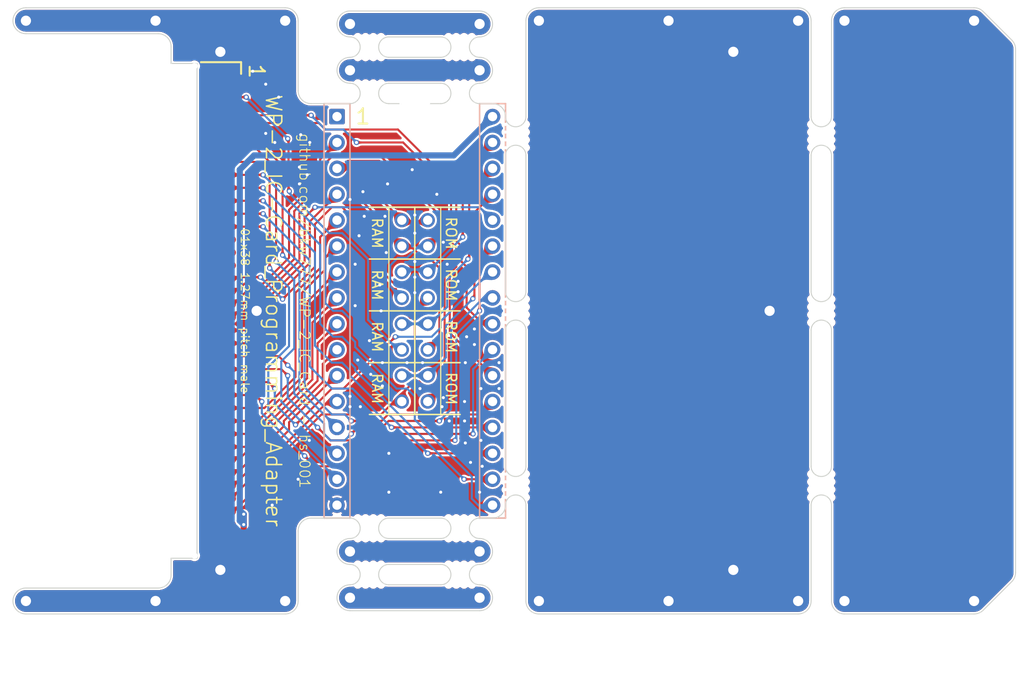
<source format=kicad_pcb>
(kicad_pcb (version 20240108) (generator "pcbnew") (generator_version "8.0")
  (title_block (title "WP-2_IC-Card_Programming_Adapter") (date "2025-05-09") (rev "hs_001") (company "Brian K. White - b.kenyon.w@gmail.com") (comment 1 "github.com/bkw777/WP-2_IC_Card"))
  (layers (0 "F.Cu" signal) (31 "B.Cu" signal) (34 "B.Paste" user) (35 "F.Paste" user) (36 "B.SilkS" user "B.Silkscreen") (37 "F.SilkS" user "F.Silkscreen") (38 "B.Mask" user) (39 "F.Mask" user) (44 "Edge.Cuts" user))
  (net 0 "")
  (net 1 "GND")
  (net 2 "/~{OE}")
  (net 3 "/D0")
  (net 4 "/D1")
  (net 5 "/D2")
  (net 6 "/D3")
  (net 7 "/D4")
  (net 8 "/D5")
  (net 9 "/D6")
  (net 10 "/D7")
  (net 11 "/A17")
  (net 12 "/A16")
  (net 13 "/A15")
  (net 14 "/A14")
  (net 15 "/A13")
  (net 16 "/A12")
  (net 17 "/A11")
  (net 18 "/A10")
  (net 19 "/A9")
  (net 20 "/A8")
  (net 21 "/A7")
  (net 22 "/A6")
  (net 23 "/A5")
  (net 24 "/A4")
  (net 25 "/A3")
  (net 26 "/A2")
  (net 27 "/A1")
  (net 28 "/A0")
  (net 29 "/R~{W}")
  (net 30 "/~{CE1}")
  (net 31 "/CE2")
  (net 32 "VCC")
  (net 33 "/A15_A14")
  (net 34 "/A14_~{WE}")
  (net 35 "/A17_CE2")
  (net 36 "/~{WE}_A15")
  (net 37 "/S3")
  (net 38 "/S1")
  (net 39 "/BCHK")
  (net 40 "/~{DET}")
  (net 41 "/T2")
  (net 42 "/S2")
  (footprint "000_LOCAL:2x16x600" (layer "F.Cu") (at 139.686 99.695)
    (property "Reference" "J2" (hide yes))
    (property "Value" "SST39SF020_DIP")
  )
  (footprint "000_LOCAL:2x8_jumper_block" (layer "F.Cu") (at 138.416 90.805)
    (property "Reference" "J3" (hide yes))
    (property "Value" "Conn_02x08_Odd_Even")
  )
  (footprint "000_LOCAL:pth_1mm" (layer "F.Cu") (at 151.846 128.143)
    (property "Reference" "REF**" (hide yes))
    (property "Value" "pth_1mm" (hide yes))
  )
  (footprint "000_LOCAL:npth_0.6mm" (layer "F.Cu") (at 118.096 75.692)
    (property "Reference" "REF**" (hide yes))
    (property "Value" "npth_0.6mm" (hide yes))
  )
  (footprint "000_LOCAL:npth_0.3mm" (layer "F.Cu") (at 144.512002 79.375 90)
    (property "Reference" "REF**" (hide yes))
    (property "Value" "npth_0.3mm" (hide yes))
  )
  (footprint "000_LOCAL:npth_0.3mm" (layer "F.Cu") (at 144.512002 74.835 90)
    (property "Reference" "REF**" (hide yes))
    (property "Value" "npth_0.3mm" (hide yes))
  )
  (footprint "000_LOCAL:npth_0.3mm" (layer "F.Cu") (at 180.516001 81.407)
    (property "Reference" "REF**" (hide yes))
    (property "Value" "npth_0.3mm" (hide yes))
  )
  (footprint "000_LOCAL:pth_1mm" (layer "F.Cu") (at 177.246 128.143)
    (property "Reference" "REF**" (hide yes))
    (property "Value" "pth_1mm" (hide yes))
  )
  (footprint "000_LOCAL:npth_0.3mm" (layer "F.Cu") (at 148.576002 81.407)
    (property "Reference" "REF**" (hide yes))
    (property "Value" "npth_0.3mm" (hide yes))
  )
  (footprint "000_LOCAL:npth_0.3mm" (layer "F.Cu") (at 134.859999 126.555 -90)
    (property "Reference" "REF**" (hide yes))
    (property "Value" "npth_0.3mm" (hide yes))
  )
  (footprint "000_LOCAL:pth_1mm" (layer "F.Cu") (at 126.986 128.143)
    (property "Reference" "REF**" (hide yes))
    (property "Value" "pth_1mm" (hide yes))
  )
  (footprint "000_LOCAL:npth_0.3mm" (layer "F.Cu") (at 150.576001 116.459)
    (property "Reference" "REF**" (hide yes))
    (property "Value" "npth_0.3mm" (hide yes))
  )
  (footprint "000_LOCAL:TMS-138-01-x-x_pcb_edge" (layer "F.Cu") (at 118.35 99.695)
    (property "Reference" "J1" (hide yes))
    (property "Value" "01x38 1.27mm pitch male")
  )
  (footprint "000_LOCAL:npth_0.3mm" (layer "F.Cu") (at 180.516001 82.169)
    (property "Reference" "REF**" (hide yes))
    (property "Value" "npth_0.3mm" (hide yes))
  )
  (footprint "000_LOCAL:npth_0.3mm" (layer "F.Cu") (at 180.515999 98.552)
    (property "Reference" "REF**" (hide yes))
    (property "Value" "npth_0.3mm" (hide yes))
  )
  (footprint "000_LOCAL:pth_1mm" (layer "F.Cu") (at 114.286 128.143)
    (property "Reference" "REF**" (hide yes))
    (property "Value" "pth_1mm" (hide yes))
  )
  (footprint "000_LOCAL:npth_0.3mm" (layer "F.Cu") (at 134.859998 120.015 -90)
    (property "Reference" "REF**" (hide yes))
    (property "Value" "npth_0.3mm" (hide yes))
  )
  (footprint "000_LOCAL:npth_0.3mm" (layer "F.Cu") (at 143.750001 74.835 90)
    (property "Reference" "REF**" (hide yes))
    (property "Value" "npth_0.3mm" (hide yes))
  )
  (footprint "000_LOCAL:npth_0.3mm" (layer "F.Cu") (at 136.384 126.555 -90)
    (property "Reference" "REF**" (hide yes))
    (property "Value" "npth_0.3mm" (hide yes))
  )
  (footprint "000_LOCAL:npth_0.3mm" (layer "F.Cu") (at 142.988001 122.015002 -90)
    (property "Reference" "REF**" (hide yes))
    (property "Value" "npth_0.3mm" (hide yes))
  )
  (footprint "000_LOCAL:npth_0.3mm" (layer "F.Cu") (at 178.516 116.459)
    (property "Reference" "REF**" (hide yes))
    (property "Value" "npth_0.3mm" (hide yes))
  )
  (footprint "000_LOCAL:npth_0.3mm" (layer "F.Cu") (at 143.749999 124.555 -90)
    (property "Reference" "REF**" (hide yes))
    (property "Value" "npth_0.3mm" (hide yes))
  )
  (footprint "000_LOCAL:npth_0.3mm" (layer "F.Cu") (at 145.274001 79.375 90)
    (property "Reference" "REF**" (hide yes))
    (property "Value" "npth_0.3mm" (hide yes))
  )
  (footprint "000_LOCAL:npth_0.3mm" (layer "F.Cu") (at 180.515999 100.076)
    (property "Reference" "REF**" (hide yes))
    (property "Value" "npth_0.3mm" (hide yes))
  )
  (footprint "000_LOCAL:npth_0.3mm" (layer "F.Cu") (at 178.516001 82.931)
    (property "Reference" "REF**" (hide yes))
    (property "Value" "npth_0.3mm" (hide yes))
  )
  (footprint "000_LOCAL:npth_0.3mm" (layer "F.Cu") (at 142.988 72.835 90)
    (property "Reference" "REF**" (hide yes))
    (property "Value" "npth_0.3mm" (hide yes))
  )
  (footprint "000_LOCAL:npth_0.3mm" (layer "F.Cu") (at 136.384 74.834999 90)
    (property "Reference" "REF**" (hide yes))
    (property "Value" "npth_0.3mm" (hide yes))
  )
  (footprint "000_LOCAL:npth_0.3mm" (layer "F.Cu") (at 145.274001 126.555001 -90)
    (property "Reference" "REF**" (hide yes))
    (property "Value" "npth_0.3mm" (hide yes))
  )
  (footprint "000_LOCAL:npth_0.3mm" (layer "F.Cu") (at 134.097999 124.555 -90)
    (property "Reference" "REF**" (hide yes))
    (property "Value" "npth_0.3mm" (hide yes))
  )
  (footprint "000_LOCAL:pth_1mm" (layer "F.Cu") (at 133.336001 76.104999 180)
    (property "Reference" "REF**" (hide yes))
    (property "Value" "pth_1mm" (hide yes))
  )
  (footprint "000_LOCAL:npth_0.3mm" (layer "F.Cu") (at 145.274 124.555001 -90)
    (property "Reference" "REF**" (hide yes))
    (property "Value" "npth_0.3mm" (hide yes))
  )
  (footprint "000_LOCAL:npth_0.3mm" (layer "F.Cu") (at 134.86 77.374999 90)
    (property "Reference" "REF**" (hide yes))
    (property "Value" "npth_0.3mm" (hide yes))
  )
  (footprint "000_LOCAL:pth_1mm" (layer "F.Cu") (at 177.246 71.247)
    (property "Reference" "REF**" (hide yes))
    (property "Value" "pth_1mm" (hide yes))
  )
  (footprint "000_LOCAL:npth_0.3mm" (layer "F.Cu") (at 135.622001 79.375 90)
    (property "Reference" "REF**" (hide yes))
    (property "Value" "npth_0.3mm" (hide yes))
  )
  (footprint "000_LOCAL:npth_0.3mm" (layer "F.Cu") (at 142.988 124.555001 -90)
    (property "Reference" "REF**" (hide yes))
    (property "Value" "npth_0.3mm" (hide yes))
  )
  (footprint "000_LOCAL:npth_0.3mm" (layer "F.Cu") (at 150.576 99.314)
    (property "Reference" "REF**" (hide yes))
    (property "Value" "npth_0.3mm" (hide yes))
  )
  (footprint "000_LOCAL:npth_0.3mm" (layer "F.Cu") (at 145.274001 122.015001 -90)
    (property "Reference" "REF**" (hide yes))
    (property "Value" "npth_0.3mm" (hide yes))
  )
  (footprint "000_LOCAL:npth_0.3mm" (layer "F.Cu") (at 150.576 100.076)
    (property "Reference" "REF**" (hide yes))
    (property "Value" "npth_0.3mm" (hide yes))
  )
  (footprint "000_LOCAL:npth_0.3mm" (layer "F.Cu") (at 134.097999 72.834999 90)
    (property "Reference" "REF**" (hide yes))
    (property "Value" "npth_0.3mm" (hide yes))
  )
  (footprint "000_LOCAL:pth_1mm" (layer "F.Cu") (at 181.786 71.247)
    (property "Reference" "REF**" (hide yes))
    (property "Value" "pth_1mm" (hide yes))
  )
  (footprint "000_LOCAL:npth_0.3mm" (layer "F.Cu") (at 142.988001 74.835 90)
    (property "Reference" "REF**" (hide yes))
    (property "Value" "npth_0.3mm" (hide yes))
  )
  (footprint "000_LOCAL:npth_0.3mm" (layer "F.Cu") (at 178.515999 98.552)
    (property "Reference" "REF**" (hide yes))
    (property "Value" "npth_0.3mm" (hide yes))
  )
  (footprint "000_LOCAL:npth_0.3mm" (layer "F.Cu") (at 144.511999 120.015001 -90)
    (property "Reference" "REF**" (hide yes))
    (property "Value" "npth_0.3mm" (hide yes))
  )
  (footprint "000_LOCAL:npth_0.3mm" (layer "F.Cu") (at 136.384 77.374998 90)
    (property "Reference" "REF**" (hide yes))
    (property "Value" "npth_0.3mm" (hide yes))
  )
  (footprint "000_LOCAL:npth_0.3mm" (layer "F.Cu") (at 136.384 120.015 -90)
    (property "Reference" "REF**" (hide yes))
    (property "Value" "npth_0.3mm" (hide yes))
  )
  (footprint "000_LOCAL:npth_0.3mm" (layer "F.Cu") (at 134.86 72.834999 90)
    (property "Reference" "REF**" (hide yes))
    (property "Value" "npth_0.3mm" (hide yes))
  )
  (footprint "000_LOCAL:npth_0.3mm" (layer "F.Cu") (at 178.516001 81.407)
    (property "Reference" "REF**" (hide yes))
    (property "Value" "npth_0.3mm" (hide yes))
  )
  (footprint "000_LOCAL:pth_1mm" (layer "F.Cu") (at 146.035999 127.825001)
    (property "Reference" "REF**" (hide yes))
    (property "Value" "pth_1mm" (hide yes))
  )
  (footprint "000_LOCAL:pth_1mm" (layer "F.Cu") (at 101.586 128.143)
    (property "Reference" "REF**" (hide yes))
    (property "Value" "pth_1mm" (hide yes))
  )
  (footprint "000_LOCAL:npth_0.3mm" (layer "F.Cu") (at 136.384 122.015 -90)
    (property "Reference" "REF**" (hide yes))
    (property "Value" "npth_0.3mm" (hide yes))
  )
  (footprint "000_LOCAL:npth_0.3mm" (layer "F.Cu") (at 178.515999 99.314)
    (property "Reference" "REF**" (hide yes))
    (property "Value" "npth_0.3mm" (hide yes))
  )
  (footprint "000_LOCAL:npth_0.3mm" (layer "F.Cu") (at 135.621999 124.555 -90)
    (property "Reference" "REF**" (hide yes))
    (property "Value" "npth_0.3mm" (hide yes))
  )
  (footprint "000_LOCAL:npth_0.3mm" (layer "F.Cu") (at 148.576002 82.931)
    (property "Reference" "REF**" (hide yes))
    (property "Value" "npth_0.3mm" (hide yes))
  )
  (footprint "000_LOCAL:npth_0.3mm" (layer "F.Cu") (at 134.097999 77.374999 90)
    (property "Reference" "REF**" (hide yes))
    (property "Value" "npth_0.3mm" (hide yes))
  )
  (footprint "000_LOCAL:npth_0.3mm" (layer "F.Cu") (at 148.576001 116.459)
    (property "Reference" "REF**" (hide yes))
    (property "Value" "npth_0.3mm" (hide yes))
  )
  (footprint "000_LOCAL:npth_0.3mm" (layer "F.Cu") (at 143.75 126.555002 -90)
    (property "Reference" "REF**" (hide yes))
    (property "Value" "npth_0.3mm" (hide yes))
  )
  (footprint "000_LOCAL:pth_1mm" (layer "F.Cu") (at 133.336001 71.564999 180)
    (property "Reference" "REF**" (hide yes))
    (property "Value" "pth_1mm" (hide yes))
  )
  (footprint "000_LOCAL:pth_1mm" (layer "F.Cu") (at 181.786 128.143)
    (property "Reference" "REF**" (hide yes))
    (property "Value" "pth_1mm" (hide yes))
  )
  (footprint "000_LOCAL:npth_0.6mm" (layer "F.Cu") (at 118.096 123.698 -90)
    (property "Reference" "REF**" (hide yes))
    (property "Value" "npth_0.6mm" (hide yes))
  )
  (footprint "000_LOCAL:npth_0.3mm" (layer "F.Cu") (at 148.576001 115.697)
    (property "Reference" "REF**" (hide yes))
    (property "Value" "npth_0.3mm" (hide yes))
  )
  (footprint "000_LOCAL:npth_0.3mm" (layer "F.Cu") (at 180.516 117.221)
    (property "Reference" "REF**" (hide yes))
    (property "Value" "npth_0.3mm" (hide yes))
  )
  (footprint "000_LOCAL:npth_0.3mm" (layer "F.Cu") (at 145.274002 77.374999 90)
    (property "Reference" "REF**" (hide yes))
    (property "Value" "npth_0.3mm" (hide yes))
  )
  (footprint "000_LOCAL:pth_1mm" (layer "F.Cu") (at 146.035999 123.285001)
    (property "Reference" "REF**" (hide yes))
    (property "Value" "pth_1mm" (hide yes))
  )
  (footprint "000_LOCAL:npth_0.3mm" (layer "F.Cu") (at 143.75 122.015002 -90)
    (property "Reference" "REF**" (hide yes))
    (property "Value" "npth_0.3mm" (hide yes))
  )
  (footprint "000_LOCAL:pth_1mm" (layer "F.Cu") (at 114.286 71.247)
    (property "Reference" "REF**" (hide yes))
    (property "Value" "pth_1mm" (hide yes))
  )
  (footprint "000_LOCAL:npth_0.3mm" (layer "F.Cu") (at 136.383999 124.555 -90)
    (property "Reference" "REF**" (hide yes))
    (property "Value" "npth_0.3mm" (hide yes))
  )
  (footprint "000_LOCAL:npth_0.3mm" (layer "F.Cu") (at 180.515999 99.314)
    (property "Reference" "REF**" (hide yes))
    (property "Value" "npth_0.3mm" (hide yes))
  )
  (footprint "000_LOCAL:npth_0.3mm" (layer "F.Cu") (at 178.516001 82.169)
    (property "Reference" "REF**" (hide yes))
    (property "Value" "npth_0.3mm" (hide yes))
  )
  (footprint "000_LOCAL:pth_1mm" (layer "F.Cu") (at 120.636 125.095)
    (property "Reference" "REF**" (hide yes))
    (property "Value" "pth_1mm" (hide yes))
  )
  (footprint "000_LOCAL:npth_0.3mm" (layer "F.Cu") (at 135.622 72.834998 90)
    (property "Reference" "REF**" (hide yes))
    (property "Value" "npth_0.3mm" (hide yes))
  )
  (footprint "000_LOCAL:npth_0.3mm" (layer "F.Cu") (at 134.098 74.834999 90)
    (property "Reference" "REF**" (hide yes))
    (property "Value" "npth_0.3mm" (hide yes))
  )
  (footprint "000_LOCAL:npth_0.3mm" (layer "F.Cu") (at 150.576002 82.169)
    (property "Reference" "REF**" (hide yes))
    (property "Value" "npth_0.3mm" (hide yes))
  )
  (footprint "000_LOCAL:npth_0.3mm" (layer "F.Cu") (at 180.516001 83.693)
    (property "Reference" "REF**" (hide yes))
    (property "Value" "npth_0.3mm" (hide yes))
  )
  (footprint "000_LOCAL:npth_0.3mm" (layer "F.Cu") (at 150.576002 81.407)
    (property "Reference" "REF**" (hide yes))
    (property "Value" "npth_0.3mm" (hide yes))
  )
  (footprint "000_LOCAL:pth_1mm" (layer "F.Cu") (at 126.986 71.247)
    (property "Reference" "REF**" (hide yes))
    (property "Value" "pth_1mm" (hide yes))
  )
  (footprint "000_LOCAL:npth_0.3mm" (layer "F.Cu") (at 143.749999 120.015 -90)
    (property "Reference" "REF**" (hide yes))
    (property "Value" "npth_0.3mm" (hide yes))
  )
  (footprint "000_LOCAL:pth_1mm" (layer "F.Cu") (at 133.335999 123.285002)
    (property "Reference" "REF**" (hide yes))
    (property "Value" "pth_1mm" (hide yes))
  )
  (footprint "000_LOCAL:pth_1mm" (layer "F.Cu") (at 151.846 71.247)
    (property "Reference" "REF**" (hide yes))
    (property "Value" "pth_1mm" (hide yes))
  )
  (footprint "000_LOCAL:npth_0.3mm" (layer "F.Cu") (at 142.988 120.015001 -90)
    (property "Reference" "REF**" (hide yes))
    (property "Value" "npth_0.3mm" (hide yes))
  )
  (footprint "000_LOCAL:npth_0.3mm" (layer "F.Cu") (at 142.988001 79.375 90)
    (property "Reference" "REF**" (hide yes))
    (property "Value" "npth_0.3mm" (hide yes))
  )
  (footprint "000_LOCAL:npth_0.3mm" (layer "F.Cu") (at 150.576001 117.983)
    (property "Reference" "REF**" (hide yes))
    (property "Value" "npth_0.3mm" (hide yes))
  )
  (footprint "000_LOCAL:pth_1mm" (layer "F.Cu") (at 146.036001 76.104998 180)
    (property "Reference" "REF**" (hide yes))
    (property "Value" "pth_1mm" (hide yes))
  )
  (footprint "000_LOCAL:pth_1mm" (layer "F.Cu") (at 133.335999 127.825002)
    (property "Reference" "REF**" (hide yes))
    (property "Value" "pth_1mm" (hide yes))
  )
  (footprint "000_LOCAL:npth_0.3mm" (layer "F.Cu") (at 135.621999 122.015 -90)
    (property "Reference" "REF**" (hide yes))
    (property "Value" "npth_0.3mm" (hide yes))
  )
  (footprint "000_LOCAL:npth_0.3mm" (layer "F.Cu") (at 144.511999 124.555001 -90)
    (property "Reference" "REF**" (hide yes))
    (property "Value" "npth_0.3mm" (hide yes))
  )
  (footprint "000_LOCAL:npth_0.3mm" (layer "F.Cu") (at 180.516001 82.931)
    (property "Reference" "REF**" (hide yes))
    (property "Value" "npth_0.3mm" (hide yes))
  )
  (footprint "000_LOCAL:npth_0.3mm" (layer "F.Cu") (at 143.750001 77.375 90)
    (property "Reference" "REF**" (hide yes))
    (property "Value" "npth_0.3mm" (hide yes))
  )
  (footprint "000_LOCAL:npth_0.3mm" (layer "F.Cu") (at 180.516 115.697)
    (property "Reference" "REF**" (hide yes))
    (property "Value" "npth_0.3mm" (hide yes))
  )
  (footprint "000_LOCAL:npth_0.3mm" (layer "F.Cu") (at 145.274 120.015001 -90)
    (property "Reference" "REF**" (hide yes))
    (property "Value" "npth_0.3mm" (hide yes))
  )
  (footprint "000_LOCAL:npth_0.3mm" (layer "F.Cu") (at 150.576001 115.697)
    (property "Reference" "REF**" (hide yes))
    (property "Value" "npth_0.3mm" (hide yes))
  )
  (footprint "000_LOCAL:npth_0.3mm" (layer "F.Cu") (at 148.576 100.076)
    (property "Reference" "REF**" (hide yes))
    (property "Value" "npth_0.3mm" (hide yes))
  )
  (footprint "000_LOCAL:npth_0.3mm" (layer "F.Cu") (at 178.516001 83.693)
    (property "Reference" "REF**" (hide yes))
    (property "Value" "npth_0.3mm" (hide yes))
  )
  (footprint "000_LOCAL:npth_0.3mm" (layer "F.Cu") (at 134.859998 124.555 -90)
    (property "Reference" "REF**" (hide yes))
    (property "Value" "npth_0.3mm" (hide yes))
  )
  (footprint "000_LOCAL:npth_0.3mm" (layer "F.Cu") (at 150.576002 83.693)
    (property "Reference" "REF**" (hide yes))
    (property "Value" "npth_0.3mm" (hide yes))
  )
  (footprint "000_LOCAL:pth_1mm" (layer "F.Cu") (at 164.546 71.247)
    (property "Reference" "REF**" (hide yes))
    (property "Value" "pth_1mm" (hide yes))
  )
  (footprint "000_LOCAL:pth_1mm" (layer "F.Cu") (at 194.486 128.143)
    (property "Reference" "REF**" (hide yes))
    (property "Value" "pth_1mm" (hide yes))
  )
  (footprint "000_LOCAL:npth_0.3mm" (layer "F.Cu") (at 134.859998 122.015 -90)
    (property "Reference" "REF**" (hide yes))
    (property "Value" "npth_0.3mm" (hide yes))
  )
  (footprint "000_LOCAL:npth_0.3mm" (layer "F.Cu") (at 135.621999 126.555 -90)
    (property "Reference" "REF**" (hide yes))
    (property "Value" "npth_0.3mm" (hide yes))
  )
  (footprint "000_LOCAL:npth_0.3mm" (layer "F.Cu") (at 148.576001 117.983)
    (property "Reference" "REF**" (hide yes))
    (property "Value" "npth_0.3mm" (hide yes))
  )
  (footprint "000_LOCAL:npth_0.3mm" (layer "F.Cu") (at 134.097998 126.555001 -90)
    (property "Reference" "REF**" (hide yes))
    (property "Value" "npth_0.3mm" (hide yes))
  )
  (footprint "000_LOCAL:npth_0.3mm" (layer "F.Cu") (at 144.512001 72.835 90)
    (property "Reference" "REF**" (hide yes))
    (property "Value" "npth_0.3mm" (hide yes))
  )
  (footprint "000_LOCAL:pth_1mm" (layer "F.Cu") (at 170.896 74.295)
    (property "Reference" "REF**" (hide yes))
    (property "Value" "pth_1mm" (hide yes))
  )
  (footprint "000_LOCAL:npth_0.3mm" (layer "F.Cu") (at 178.515999 100.838)
    (property "Reference" "REF**" (hide yes))
    (property "Value" "npth_0.3mm" (hide yes))
  )
  (footprint "000_LOCAL:npth_0.3mm" (layer "F.Cu") (at 145.274001 74.835 90)
    (property "Reference" "REF**" (hide yes))
    (property "Value" "npth_0.3mm" (hide yes))
  )
  (footprint "000_LOCAL:pth_1mm" (layer "F.Cu") (at 101.586 71.247)
    (property "Reference" "REF**" (hide yes))
    (property "Value" "pth_1mm" (hide yes))
  )
  (footprint "000_LOCAL:npth_0.3mm" (layer "F.Cu") (at 178.516 117.221)
    (property "Reference" "REF**" (hide yes))
    (property "Value" "npth_0.3mm" (hide yes))
  )
  (footprint "000_LOCAL:pth_1mm" (layer "F.Cu") (at 170.896 125.095)
    (property "Reference" "REF**" (hide yes))
    (property "Value" "pth_1mm" (hide yes))
  )
  (footprint "000_LOCAL:pth_1mm" (layer "F.Cu") (at 164.546 128.143)
    (property "Reference" "REF**" (hide yes))
    (property "Value" "pth_1mm" (hide yes))
  )
  (footprint "000_LOCAL:npth_0.3mm" (layer "F.Cu") (at 150.576 100.838)
    (property "Reference" "REF**" (hide yes))
    (property "Value" "npth_0.3mm" (hide yes))
  )
  (footprint "000_LOCAL:npth_0.3mm" (layer "F.Cu") (at 142.988 126.555002 -90)
    (property "Reference" "REF**" (hide yes))
    (property "Value" "npth_0.3mm" (hide yes))
  )
  (footprint "000_LOCAL:npth_0.3mm" (layer "F.Cu") (at 148.576001 117.221)
    (property "Reference" "REF**" (hide yes))
    (property "Value" "npth_0.3mm" (hide yes))
  )
  (footprint "000_LOCAL:npth_0.3mm" (layer "F.Cu") (at 178.516 115.697)
    (property "Reference" "REF**" (hide yes))
    (property "Value" "npth_0.3mm" (hide yes))
  )
  (footprint "000_LOCAL:npth_0.3mm" (layer "F.Cu") (at 150.576002 82.931)
    (property "Reference" "REF**" (hide yes))
    (property "Value" "npth_0.3mm" (hide yes))
  )
  (footprint "000_LOCAL:npth_0.3mm" (layer "F.Cu") (at 136.384 72.834998 90)
    (property "Reference" "REF**" (hide yes))
    (property "Value" "npth_0.3mm" (hide yes))
  )
  (footprint "000_LOCAL:pth_1mm" (layer "F.Cu") (at 174.452 99.695)
    (property "Reference" "REF**" (hide yes))
    (property "Value" "pth_1mm" (hide yes))
  )
  (footprint "000_LOCAL:npth_0.3mm" (layer "F.Cu") (at 135.622001 74.835 90)
    (property "Reference" "REF**" (hide yes))
    (property "Value" "npth_0.3mm" (hide yes))
  )
  (footprint "000_LOCAL:npth_0.3mm" (layer "F.Cu") (at 136.384 79.374999 90)
    (property "Reference" "REF**" (hide yes))
    (property "Value" "npth_0.3mm" (hide yes))
  )
  (footprint "000_LOCAL:npth_0.3mm" (layer "F.Cu") (at 148.576 100.838)
    (property "Reference" "REF**" (hide yes))
    (property "Value" "npth_0.3mm" (hide yes))
  )
  (footprint "000_LOCAL:npth_0.3mm" (layer "F.Cu") (at 134.098 120.015 -90)
    (property "Reference" "REF**" (hide yes))
    (property "Value" "npth_0.3mm" (hide yes))
  )
  (footprint "000_LOCAL:npth_0.3mm" (layer "F.Cu") (at 143.750001 72.835 90)
    (property "Reference" "REF**" (hide yes))
    (property "Value" "npth_0.3mm" (hide yes))
  )
  (footprint "000_LOCAL:npth_0.3mm" (layer "F.Cu") (at 148.576 99.314)
    (property "Reference" "REF**" (hide yes))
    (property "Value" "npth_0.3mm" (hide yes))
  )
  (footprint "000_LOCAL:npth_0.3mm" (layer "F.Cu") (at 144.512001 77.375 90)
    (property "Reference" "REF**" (hide yes))
    (property "Value" "npth_0.3mm" (hide yes))
  )
  (footprint "000_LOCAL:npth_0.3mm" (layer "F.Cu") (at 134.860001 79.374999 90)
    (property "Reference" "REF**" (hide yes))
    (property "Value" "npth_0.3mm" (hide yes))
  )
  (footprint "000_LOCAL:npth_0.3mm" (layer "F.Cu") (at 143.750001 79.375 90)
    (property "Reference" "REF**" (hide yes))
    (property "Value" "npth_0.3mm" (hide yes))
  )
  (footprint "000_LOCAL:pth_1mm" (layer "F.Cu") (at 124.192 99.695)
    (property "Reference" "REF**" (hide yes))
    (property "Value" "pth_1mm" (hide yes))
  )
  (footprint "000_LOCAL:npth_0.3mm" (layer "F.Cu") (at 142.988 77.375 90)
    (property "Reference" "REF**" (hide yes))
    (property "Value" "npth_0.3mm" (hide yes))
  )
  (footprint "000_LOCAL:npth_0.3mm" (layer "F.Cu") (at 145.274002 72.834999 90)
    (property "Reference" "REF**" (hide yes))
    (property "Value" "npth_0.3mm" (hide yes))
  )
  (footprint "000_LOCAL:npth_0.3mm" (layer "F.Cu") (at 180.516 117.983)
    (property "Reference" "REF**" (hide yes))
    (property "Value" "npth_0.3mm" (hide yes))
  )
  (footprint "000_LOCAL:npth_0.3mm" (layer "F.Cu") (at 134.097998 122.015001 -90)
    (property "Reference" "REF**" (hide yes))
    (property "Value" "npth_0.3mm" (hide yes))
  )
  (footprint "000_LOCAL:npth_0.3mm" (layer "F.Cu") (at 180.516 116.459)
    (property "Reference" "REF**" (hide yes))
    (property "Value" "npth_0.3mm" (hide yes))
  )
  (footprint "000_LOCAL:pth_1mm" (layer "F.Cu") (at 194.486 71.247)
    (property "Reference" "REF**" (hide yes))
    (property "Value" "pth_1mm" (hide yes))
  )
  (footprint "000_LOCAL:npth_3mm" (layer "F.Cu") (at 139.686 79.375)
    (property "Reference" "REF**" (hide yes))
    (property "Value" "npth_3mm" (hide yes))
  )
  (footprint "000_LOCAL:npth_0.3mm" (layer "F.Cu") (at 148.576002 83.693)
    (property "Reference" "REF**" (hide yes))
    (property "Value" "npth_0.3mm" (hide yes))
  )
  (footprint "000_LOCAL:npth_0.3mm" (layer "F.Cu") (at 135.621999 120.015 -90)
    (property "Reference" "REF**" (hide yes))
    (property "Value" "npth_0.3mm" (hide yes))
  )
  (footprint "000_LOCAL:npth_0.3mm" (layer "F.Cu") (at 148.576002 82.169)
    (property "Reference" "REF**" (hide yes))
    (property "Value" "npth_0.3mm" (hide yes))
  )
  (footprint "000_LOCAL:npth_0.3mm" (layer "F.Cu") (at 148.576 98.552)
    (property "Reference" "REF**" (hide yes))
    (property "Value" "npth_0.3mm" (hide yes))
  )
  (footprint "000_LOCAL:npth_0.3mm" (layer "F.Cu") (at 135.622 77.374998 90)
    (property "Reference" "REF**" (hide yes))
    (property "Value" "npth_0.3mm" (hide yes))
  )
  (footprint "000_LOCAL:npth_0.3mm" (layer "F.Cu") (at 144.512 122.015001 -90)
    (property "Reference" "REF**" (hide yes))
    (property "Value" "npth_0.3mm" (hide yes))
  )
  (footprint "000_LOCAL:npth_0.3mm" (layer "F.Cu") (at 178.516 117.983)
    (property "Reference" "REF**" (hide yes))
    (property "Value" "npth_0.3mm" (hide yes))
  )
  (footprint "000_LOCAL:pth_1mm" (layer "F.Cu") (at 120.636 74.295)
    (property "Reference" "REF**" (hide yes))
    (property "Value" "pth_1mm" (hide yes))
  )
  (footprint "000_LOCAL:npth_0.3mm" (layer "F.Cu") (at 150.576001 117.221)
    (property "Reference" "REF**" (hide yes))
    (property "Value" "npth_0.3mm" (hide yes))
  )
  (footprint "000_LOCAL:npth_0.3mm" (layer "F.Cu") (at 150.576 98.552)
    (property "Reference" "REF**" (hide yes))
    (property "Value" "npth_0.3mm" (hide yes))
  )
  (footprint "000_LOCAL:pth_1mm" (layer "F.Cu") (at 146.036001 71.564998 180)
    (property "Reference" "REF**" (hide yes))
    (property "Value" "pth_1mm" (hide yes))
  )
  (footprint "000_LOCAL:npth_0.3mm" (layer "F.Cu") (at 144.512 126.555001 -90)
    (property "Reference" "REF**" (hide yes))
    (property "Value" "npth_0.3mm" (hide yes))
  )
  (footprint "000_LOCAL:npth_0.3mm" (layer "F.Cu") (at 178.515999 100.076)
    (property "Reference" "REF**" (hide yes))
    (property "Value" "npth_0.3mm" (hide yes))
  )
  (footprint "000_LOCAL:npth_0.3mm" (layer "F.Cu") (at 180.515999 100.838)
    (property "Reference" "REF**" (hide yes))
    (property "Value" "npth_0.3mm" (hide yes))
  )
  (footprint "000_LOCAL:npth_0.3mm" (layer "F.Cu") (at 134.860001 74.834999 90)
    (property "Reference" "REF**" (hide yes))
    (property "Value" "npth_0.3mm" (hide yes))
  )
  (footprint "000_LOCAL:npth_0.3mm" (layer "F.Cu") (at 134.098 79.374999 90)
    (property "Reference" "REF**" (hide yes))
    (property "Value" "npth_0.3mm" (hide yes))
  )
  (gr_line (start 130.796 79.375) (end 133.336 79.375) (stroke (width 0.15)) (layer "B.SilkS"))
  (gr_line (start 146.036 79.375) (end 148.576 79.375) (stroke (width 0.15)) (layer "B.SilkS"))
  (gr_line (start 148.576 79.375) (end 148.576 120.015) (stroke (width 0.15)) (layer "B.SilkS"))
  (gr_line (start 130.796 120.015001) (end 130.796 79.375001) (stroke (width 0.15)) (layer "B.SilkS"))
  (gr_line (start 133.336 79.375) (end 133.336 120.015) (stroke (width 0.15)) (layer "B.SilkS"))
  (gr_line (start 146.036 120.015) (end 146.036 79.375) (stroke (width 0.15)) (layer "B.SilkS"))
  (gr_line (start 133.336 120.015) (end 130.796 120.015) (stroke (width 0.15)) (layer "B.SilkS"))
  (gr_line (start 148.576 120.015) (end 146.036 120.015) (stroke (width 0.15)) (layer "B.SilkS"))
  (gr_line (start 144.131 109.855) (end 135.241 109.855) (stroke (width 0.15)) (layer "F.SilkS"))
  (gr_line (start 144.131 104.775) (end 135.241 104.775) (stroke (width 0.15)) (layer "F.SilkS"))
  (gr_line (start 144.131 99.695) (end 135.241 99.695) (stroke (width 0.15)) (layer "F.SilkS"))
  (gr_line (start 144.131 94.615) (end 135.241 94.615) (stroke (width 0.15)) (layer "F.SilkS"))
  (gr_line (start 144.131 89.535) (end 135.241 89.535) (stroke (width 0.15)) (layer "F.SilkS"))
  (gr_line (start 139.686 89.535) (end 139.686 109.855) (stroke (width 0.15)) (layer "F.SilkS"))
  (gr_line (start 178.515999 114.935) (end 178.515999 101.6) (stroke (width 0.1)) (layer "Edge.Cuts"))
  (gr_line (start 178.515998 97.79) (end 178.515998 84.455) (stroke (width 0.1)) (layer "Edge.Cuts"))
  (gr_arc (start 148.576 101.6) (mid 149.576 100.6) (end 150.576 101.6) (stroke (width 0.1)) (layer "Edge.Cuts"))
  (gr_line (start 150.575999 97.79) (end 150.575999 84.455) (stroke (width 0.1)) (layer "Edge.Cuts"))
  (gr_arc (start 198.549998 125.349001) (mid 198.453325 125.835009) (end 198.178023 126.247027) (stroke (width 0.1)) (layer "Edge.Cuts"))
  (gr_arc (start 133.336001 77.375001) (mid 134.335998 78.375) (end 133.336 79.375) (stroke (width 0.1)) (layer "Edge.Cuts"))
  (gr_arc (start 150.576001 71.247001) (mid 150.947975 70.348975) (end 151.846001 69.977001) (stroke (width 0.1)) (layer "Edge.Cuts"))
  (gr_line (start 133.336001 70.294998) (end 146.036001 70.294998) (stroke (width 0.1)) (layer "Edge.Cuts"))
  (gr_arc (start 180.515998 97.79) (mid 179.515998 98.79) (end 178.515998 97.79) (stroke (width 0.1)) (layer "Edge.Cuts"))
  (gr_line (start 150.576001 80.645) (end 150.576001 71.247001) (stroke (width 0.1)) (layer "Edge.Cuts"))
  (gr_line (start 129.526 79.375001) (end 133.336 79.375001) (stroke (width 0.1)) (layer "Edge.Cuts"))
  (gr_arc (start 114.54 72.516999) (mid 115.438026 72.888974) (end 115.810001 73.787) (stroke (width 0.1)) (layer "Edge.Cuts"))
  (gr_line (start 178.516 128.143) (end 178.516 118.745) (stroke (width 0.1)) (layer "Edge.Cuts"))
  (gr_line (start 181.786 69.977001) (end 194.485997 69.977001) (stroke (width 0.1)) (layer "Edge.Cuts"))
  (gr_arc (start 142.226001 72.835002) (mid 143.226 73.835) (end 142.226001 74.835001) (stroke (width 0.1)) (layer "Edge.Cuts"))
  (gr_arc (start 101.586 72.517) (mid 100.316 71.247) (end 101.586 69.977) (stroke (width 0.1)) (layer "Edge.Cuts"))
  (gr_arc (start 180.516 80.645) (mid 179.516 81.645) (end 178.516 80.645) (stroke (width 0.1)) (layer "Edge.Cuts"))
  (gr_line (start 137.145999 74.834999) (end 142.226001 74.834999) (stroke (width 0.1)) (layer "Edge.Cuts"))
  (gr_arc (start 142.226001 120.015001) (mid 143.226 121.015002) (end 142.226 122.015001) (stroke (width 0.1)) (layer "Edge.Cuts"))
  (gr_line (start 148.576002 84.455) (end 148.576002 97.79) (stroke (width 0.1)) (layer "Edge.Cuts"))
  (gr_line (start 180.515999 114.935) (end 180.515999 101.6) (stroke (width 0.1)) (layer "Edge.Cuts"))
  (gr_arc (start 150.576 114.935) (mid 149.576 115.935) (end 148.576 114.935) (stroke (width 0.1)) (layer "Edge.Cuts"))
  (gr_line (start 146.036 79.375) (end 147.306 79.375) (stroke (width 0.1)) (layer "Edge.Cuts"))
  (gr_arc (start 128.256 128.143) (mid 127.884026 129.041026) (end 126.986 129.413) (stroke (width 0.1)) (layer "Edge.Cuts"))
  (gr_line (start 114.54 126.873) (end 101.586 126.873) (stroke (width 0.1)) (layer "Edge.Cuts"))
  (gr_line (start 150.576 114.935) (end 150.576 101.6) (stroke (width 0.1)) (layer "Edge.Cuts"))
  (gr_arc (start 147.306 79.374999) (mid 148.204026 79.746974) (end 148.576001 80.645) (stroke (width 0.1)) (layer "Edge.Cuts"))
  (gr_arc (start 178.515999 101.6) (mid 179.515999 100.6) (end 180.515999 101.6) (stroke (width 0.1)) (layer "Edge.Cuts"))
  (gr_arc (start 137.145999 126.554998) (mid 136.146 125.555) (end 137.145999 124.554999) (stroke (width 0.1)) (layer "Edge.Cuts"))
  (gr_arc (start 142.226001 77.375002) (mid 143.226 78.375) (end 142.226001 79.375001) (stroke (width 0.1)) (layer "Edge.Cuts"))
  (gr_line (start 115.81 125.603) (end 115.81 123.952) (stroke (width 0.1)) (layer "Edge.Cuts"))
  (gr_arc (start 146.036 79.375) (mid 145.036 78.375) (end 146.036001 77.375) (stroke (width 0.1)) (layer "Edge.Cuts"))
  (gr_line (start 101.586 69.977) (end 126.986 69.977) (stroke (width 0.1)) (layer "Edge.Cuts"))
  (gr_arc (start 146.036001 74.834998) (mid 147.306001 76.104998) (end 146.036001 77.375) (stroke (width 0.1)) (layer "Edge.Cuts"))
  (gr_line (start 137.145999 120.014999) (end 142.226001 120.014999) (stroke (width 0.1)) (layer "Edge.Cuts"))
  (gr_arc (start 148.576002 84.455) (mid 149.576002 83.455) (end 150.576002 84.455) (stroke (width 0.1)) (layer "Edge.Cuts"))
  (gr_line (start 114.54 72.517) (end 101.586 72.517) (stroke (width 0.1)) (layer "Edge.Cuts"))
  (gr_arc (start 180.516 71.247001) (mid 180.887974 70.348975) (end 181.786 69.977001) (stroke (width 0.1)) (layer "Edge.Cuts"))
  (gr_arc (start 146.035999 122.014999) (mid 145.036001 121.014999) (end 146.036 120.015) (stroke (width 0.1)) (layer "Edge.Cuts"))
  (gr_arc (start 178.516 118.745) (mid 179.516 117.745) (end 180.516 118.745) (stroke (width 0.1)) (layer "Edge.Cuts"))
  (gr_arc (start 150.575999 97.79) (mid 149.575999 98.79) (end 148.575999 97.79) (stroke (width 0.1)) (layer "Edge.Cuts"))
  (gr_arc (start 137.145999 79.374999) (mid 136.146 78.374998) (end 137.146 77.374999) (stroke (width 0.1)) (layer "Edge.Cuts"))
  (gr_line (start 118.35 123.952) (end 118.35 75.438) (stroke (width 0.1)) (layer "Edge.Cuts"))
  (gr_arc (start 148.576001 118.745) (mid 149.576001 117.745) (end 150.576001 118.745) (stroke (width 0.1)) (layer "Edge.Cuts"))
  (gr_line (start 181.786 129.412999) (end 194.485998 129.412999) (stroke (width 0.1)) (layer "Edge.Cuts"))
  (gr_arc (start 133.336 120.015) (mid 134.336 121.015) (end 133.335999 122.015) (stroke (width 0.1)) (layer "Edge.Cuts"))
  (gr_line (start 180.516 118.745) (end 180.516 128.142999) (stroke (width 0.1)) (layer "Edge.Cuts"))
  (gr_line (start 129.526 120.014999) (end 133.336 120.014999) (stroke (width 0.1)) (layer "Edge.Cuts"))
  (gr_line (start 137.145999 122.014998) (end 142.226 122.014998) (stroke (width 0.1)) (layer "Edge.Cuts"))
  (gr_line (start 146.036 120.015) (end 147.306 120.015) (stroke (width 0.1)) (layer "Edge.Cuts"))
  (gr_arc (start 148.576001 118.745) (mid 148.204026 119.643026) (end 147.306 120.015001) (stroke (width 0.1)) (layer "Edge.Cuts"))
  (gr_arc (start 133.335999 129.095002) (mid 132.065999 127.825002) (end 133.335999 126.555) (stroke (width 0.1)) (layer "Edge.Cuts"))
  (gr_arc (start 198.178023 73.142975) (mid 198.453325 73.554993) (end 198.549998 74.041001) (stroke (width 0.1)) (layer "Edge.Cuts"))
  (gr_arc (start 146.036 74.835) (mid 145.036 73.835) (end 146.036001 72.835) (stroke (width 0.1)) (layer "Edge.Cuts"))
  (gr_line (start 150.576001 118.745) (end 150.576001 128.142999) (stroke (width 0.1)) (layer "Edge.Cuts"))
  (gr_line (start 128.256001 71.247) (end 128.256001 78.105) (stroke (width 0.1)) (layer "Edge.Cuts"))
  (gr_arc (start 177.245999 69.977001) (mid 178.144025 70.348975) (end 178.515999 71.247001) (stroke (width 0.1)) (layer "Edge.Cuts"))
  (gr_arc (start 178.516001 84.455) (mid 179.516001 83.455) (end 180.516001 84.455) (stroke (width 0.1)) (layer "Edge.Cuts"))
  (gr_arc (start 133.336001 77.375) (mid 132.066 76.104999) (end 133.336001 74.834998) (stroke (width 0.1)) (layer "Edge.Cuts"))
  (gr_arc (start 150.576001 80.645) (mid 149.576001 81.645) (end 148.576001 80.645) (stroke (width 0.1)) (layer "Edge.Cuts"))
  (gr_arc (start 195.384023 129.041027) (mid 194.972005 129.316329) (end 194.485997 129.413001) (stroke (width 0.1)) (layer "Edge.Cuts"))
  (gr_arc (start 146.035999 126.554999) (mid 145.036002 125.555) (end 146.036 124.555) (stroke (width 0.1)) (layer "Edge.Cuts"))
  (gr_line (start 180.516 80.645) (end 180.516 71.247001) (stroke (width 0.1)) (layer "Edge.Cuts"))
  (gr_arc (start 146.035999 122.015) (mid 147.306 123.285001) (end 146.035999 124.555002) (stroke (width 0.1)) (layer "Edge.Cuts"))
  (gr_line (start 198.549998 125.349001) (end 198.549998 74.041001) (stroke (width 0.1)) (layer "Edge.Cuts"))
  (gr_line (start 195.384023 129.041027) (end 198.178023 126.247027) (stroke (width 0.1)) (layer "Edge.Cuts"))
  (gr_arc (start 151.846001 129.412999) (mid 150.947975 129.041025) (end 150.576001 128.142999) (stroke (width 0.1)) (layer "Edge.Cuts"))
  (gr_arc (start 115.81 125.603) (mid 115.438026 126.501026) (end 114.54 126.873) (stroke (width 0.1)) (layer "Edge.Cuts"))
  (gr_line (start 137.145999 79.374999) (end 142.226001 79.374999) (stroke (width 0.1)) (layer "Edge.Cuts"))
  (gr_line (start 151.845999 129.413) (end 177.246 129.413) (stroke (width 0.1)) (layer "Edge.Cuts"))
  (gr_line (start 101.586 129.413) (end 126.986 129.413) (stroke (width 0.1)) (layer "Edge.Cuts"))
  (gr_arc (start 133.336001 72.835) (mid 132.066 71.564999) (end 133.336001 70.294998) (stroke (width 0.1)) (layer "Edge.Cuts"))
  (gr_line (start 195.384023 70.348975) (end 198.178023 73.142975) (stroke (width 0.1)) (layer "Edge.Cuts"))
  (gr_line (start 178.516 80.645) (end 178.516 71.247001) (stroke (width 0.1)) (layer "Edge.Cuts"))
  (gr_line (start 137.145999 126.554998) (end 142.226 126.554998) (stroke (width 0.1)) (layer "Edge.Cuts"))
  (gr_arc (start 128.255999 121.285) (mid 128.627974 120.386974) (end 129.526 120.014999) (stroke (width 0.1)) (layer "Edge.Cuts"))
  (gr_line (start 151.845999 69.977) (end 177.246 69.977) (stroke (width 0.1)) (layer "Edge.Cuts"))
  (gr_line (start 142.226001 77.375002) (end 137.146 77.375002) (stroke (width 0.1)) (layer "Edge.Cuts"))
  (gr_arc (start 194.485997 69.977001) (mid 194.972005 70.073674) (end 195.384023 70.348975) (stroke (width 0.1)) (layer "Edge.Cuts"))
  (gr_arc (start 181.786 129.412999) (mid 180.887974 129.041025) (end 180.516 128.142999) (stroke (width 0.1)) (layer "Edge.Cuts"))
  (gr_arc (start 101.586 129.413) (mid 100.316 128.143) (end 101.586 126.873) (stroke (width 0.1)) (layer "Edge.Cuts"))
  (gr_arc (start 180.515999 114.935) (mid 179.515999 115.935) (end 178.515999 114.935) (stroke (width 0.1)) (layer "Edge.Cuts"))
  (gr_arc (start 142.226 124.555001) (mid 143.226 125.555001) (end 142.226 126.555001) (stroke (width 0.1)) (layer "Edge.Cuts"))
  (gr_arc (start 133.336001 72.835001) (mid 134.335998 73.835) (end 133.336 74.835) (stroke (width 0.1)) (layer "Edge.Cuts"))
  (gr_arc (start 137.145999 74.834999) (mid 136.146 73.834998) (end 137.146 72.834999) (stroke (width 0.1)) (layer "Edge.Cuts"))
  (gr_line (start 128.256001 128.143) (end 128.256001 121.285) (stroke (width 0.1)) (layer "Edge.Cuts"))
  (gr_arc (start 146.036001 70.294998) (mid 147.306001 71.564998) (end 146.036001 72.835) (stroke (width 0.1)) (layer "Edge.Cuts"))
  (gr_arc (start 133.336 124.555) (mid 134.335999 125.555001) (end 133.335999 126.555) (stroke (width 0.1)) (layer "Edge.Cuts"))
  (gr_line (start 146.035999 129.095002) (end 133.335999 129.095002) (stroke (width 0.1)) (layer "Edge.Cuts"))
  (gr_arc (start 133.335999 124.555002) (mid 132.065999 123.285002) (end 133.335999 122.015) (stroke (width 0.1)) (layer "Edge.Cuts"))
  (gr_line (start 115.81 123.952) (end 118.35 123.952) (stroke (width 0.1)) (layer "Edge.Cuts"))
  (gr_line (start 118.35 75.438) (end 115.81 75.438) (stroke (width 0.1)) (layer "Edge.Cuts"))
  (gr_line (start 142.226001 72.835002) (end 137.146 72.835002) (stroke (width 0.1)) (layer "Edge.Cuts"))
  (gr_arc (start 137.145999 122.014998) (mid 136.146 121.015) (end 137.145999 120.014999) (stroke (width 0.1)) (layer "Edge.Cuts"))
  (gr_line (start 180.515998 97.79) (end 180.515998 84.455) (stroke (width 0.1)) (layer "Edge.Cuts"))
  (gr_arc (start 126.986 69.976999) (mid 127.884026 70.348974) (end 128.256001 71.247) (stroke (width 0.1)) (layer "Edge.Cuts"))
  (gr_arc (start 129.526 79.375001) (mid 128.627974 79.003026) (end 128.255999 78.105) (stroke (width 0.1)) (layer "Edge.Cuts"))
  (gr_line (start 148.576 101.6) (end 148.576 114.935) (stroke (width 0.1)) (layer "Edge.Cuts"))
  (gr_arc (start 146.035999 126.555) (mid 147.306 127.825001) (end 146.035999 129.095002) (stroke (width 0.1)) (layer "Edge.Cuts"))
  (gr_line (start 115.81 75.438) (end 115.81 73.787) (stroke (width 0.1)) (layer "Edge.Cuts"))
  (gr_line (start 137.145999 124.554999) (end 142.226 124.554999) (stroke (width 0.1)) (layer "Edge.Cuts"))
  (gr_arc (start 178.516 128.143) (mid 178.144026 129.041026) (end 177.246 129.413) (stroke (width 0.1)) (layer "Edge.Cuts"))
  (gr_text "${TITLE}" (at 125.843 99.695 270) (layer "F.SilkS") (effects (font (size 1.5 1.5))))
  (gr_text "RAM" (at 136.003 107.315 -90) (layer "F.SilkS") (effects (font (size 1 1))))
  (gr_text "RAM" (at 136.003 102.235 -90) (layer "F.SilkS") (effects (font (size 1 1))))
  (gr_text "RAM" (at 136.003 97.155 -90) (layer "F.SilkS") (effects (font (size 1 1))))
  (gr_text "RAM" (at 136.003 92.075 -90) (layer "F.SilkS") (effects (font (size 1 1))))
  (gr_text "ROM" (at 143.242 107.315 -90) (layer "F.SilkS") (effects (font (size 1 1))))
  (gr_text "ROM" (at 143.242 102.235 -90) (layer "F.SilkS") (effects (font (size 1 1))))
  (gr_text "1" (at 134.606 80.645 0) (layer "F.SilkS") (effects (font (size 1.5 1.5) (thickness 0.2))))
  (gr_text "1" (at 124.192 76.2 -90) (layer "F.SilkS") (effects (font (size 1.5 1.5) (thickness 0.2))))
  (gr_text "${COMMENT1} - ${REVISION}" (at 128.891 99.695 270) (layer "F.SilkS") (effects (font (size 1 1) (thickness 0.1))))
  (gr_text "ROM" (at 143.242 97.155 -90) (layer "F.SilkS") (effects (font (size 1 1))))
  (gr_text "ROM" (at 143.242 92.075 -90) (layer "F.SilkS") (effects (font (size 1 1))))
  (via (at 143.0642 110.49) (size 0.5) (drill 0.3) (layers "F.Cu" "B.Cu") (net 1))
  (via (at 125.081 77.47) (size 0.5) (drill 0.3) (layers "F.Cu" "B.Cu") (net 1))
  (via (at 146.29 114.935) (size 0.5) (drill 0.3) (layers "F.Cu" "B.Cu") (net 1))
  (via (at 136.257 97.155) (size 0.5) (drill 0.3) (layers "F.Cu" "B.Cu") (net 1))
  (via (at 145.147 114.554) (size 0.5) (drill 0.3) (layers "F.Cu" "B.Cu") (net 1))
  (via (at 144.639 112.649) (size 0.5) (drill 0.3) (layers "F.Cu" "B.Cu") (net 1))
  (via (at 129.399 83.185) (size 0.5) (drill 0.3) (layers "F.Cu" "B.Cu") (net 1))
  (via (at 129.3482 112.395) (size 0.5) (drill 0.3) (layers "F.Cu" "B.Cu") (net 1))
  (via (at 139.686 94.869) (size 0.5) (drill 0.3) (layers "F.Cu" "B.Cu") (net 1))
  (via (at 146.163 112.395) (size 0.5) (drill 0.3) (layers "F.Cu" "B.Cu") (net 1))
  (via (at 144.5628 110.49) (size 0.5) (drill 0.3) (layers "F.Cu" "B.Cu") (net 1))
  (via (at 138.924 104.775) (size 0.5) (drill 0.3) (layers "F.Cu" "B.Cu") (net 1))
  (via (at 139.686 90.297) (size 0.5) (drill 0.3) (layers "F.Cu" "B.Cu") (net 1))
  (via (at 134.606 88.011) (size 0.5) (drill 0.3) (layers "F.Cu" "B.Cu") (net 1))
  (via (at 146.163 107.315) (size 0.5) (drill 0.3) (layers "F.Cu" "B.Cu") (net 1))
  (via (at 134.733 90.424) (size 0.5) (drill 0.3) (layers "F.Cu" "B.Cu") (net 1))
  (via (at 133.844 99.187) (size 0.5) (drill 0.3) (layers "F.Cu" "B.Cu") (net 1))
  (via (at 137.146 117.475) (size 0.5) (drill 0.3) (layers "F.Cu" "B.Cu") (net 1))
  (via (at 129.145 86.36) (size 0.5) (drill 0.3) (layers "F.Cu" "B.Cu") (net 1))
  (via (at 144.766 102.235) (size 0.5) (drill 0.3) (layers "F.Cu" "B.Cu") (net 1))
  (via (at 136.892 93.98) (size 0.5) (drill 0.3) (layers "F.Cu" "B.Cu") (net 1))
  (via (at 143.9278 96.7994) (size 0.5) (drill 0.3) (layers "F.Cu" "B.Cu") (net 1))
  (via (at 136.384 99.695) (size 0.5) (drill 0.3) (layers "F.Cu" "B.Cu") (net 1))
  (via (at 135.241 102.616) (size 0.5) (drill 0.3) (layers "F.Cu" "B.Cu") (net 1))
  (via (at 142.861 95.123) (size 0.5) (drill 0.3) (layers "F.Cu" "B.Cu") (net 1))
  (via (at 135.368 105.918) (size 0.5) (drill 0.3) (layers "F.Cu" "B.Cu") (net 1))
  (via (at 133.336 108.077) (size 0.5) (drill 0.3) (layers "F.Cu" "B.Cu") (net 1))
  (via (at 145.528 102.997) (size 0.5) (drill 0.3) (layers "F.Cu" "B.Cu") (net 1))
  (via (at 147.941 104.775) (size 0.5) (drill 0.3) (layers "F.Cu" "B.Cu") (net 1))
  (via (at 137.019 87.249) (size 0.5) (drill 0.3) (layers "F.Cu" "B.Cu") (net 1))
  (via (at 142.48 92.964) (size 0.5) (drill 0.3) (layers "F.Cu" "B.Cu") (net 1))
  (via (at 128.51 82.423) (size 0.5) (drill 0.3) (layers "F.Cu" "B.Cu") (net 1))
  (via (at 140.448 104.775) (size 0.5) (drill 0.3) (layers "F.Cu" "B.Cu") (net 1))
  (via (at 139.686 97.917) (size 0.5) (drill 0.3) (layers "F.Cu" "B.Cu") (net 1))
  (via (at 123.811 76.2) (size 0.5) (drill 0.3) (layers "F.Cu" "B.Cu") (net 1))
  (via (at 143.9278 97.8154) (size 0.5) (drill 0.3) (layers "F.Cu" "B.Cu") (net 1))
  (via (at 134.225 92.329) (size 0.5) (drill 0.3) (layers "F.Cu" "B.Cu") (net 1))
  (via (at 142.48 108.204) (size 0.5) (drill 0.3) (layers "F.Cu" "B.Cu") (net 1))
  (via (at 125.716 118.745) (size 0.5) (drill 0.3) (layers "F.Cu" "B.Cu") (net 1))
  (via (at 125.081 82.296) (size 0.5) (drill 0.3) (layers "F.Cu" "B.Cu") (net 1))
  (via (at 145.528 101.473) (size 0.5) (drill 0.3) (layers "F.Cu" "B.Cu") (net 1))
  (via (at 136.511 107.061) (size 0.5) (drill 0.3) (layers "F.Cu" "B.Cu") (net 1))
  (via (at 128.383 87.249) (size 0.5) (drill 0.3) (layers "F.Cu" "B.Cu") (net 1))
  (via (at 144.639 104.775) (size 0.5) (drill 0.3) (layers "F.Cu" "B.Cu") (net 1))
  (via (at 139.686 92.075) (size 0.5) (drill 0.3) (layers "F.Cu" "B.Cu") (net 1))
  (via (at 133.336 88.773) (size 0.5) (drill 0.3) (layers "F.Cu" "B.Cu") (net 1))
  (via (at 144.5628 108.585) (size 0.5) (drill 0.3) (layers "F.Cu" "B.Cu") (net 1))
  (via (at 128.383 85.598) (size 0.5) (drill 0.3) (layers "F.Cu" "B.Cu") (net 1))
  (via (at 141.845 88.265) (size 0.5) (drill 0.3) (layers "F.Cu" "B.Cu") (net 1))
  (via (at 142.226 117.475) (size 0.5) (drill 0.3) (layers "F.Cu" "B.Cu") (net 1))
  (via (at 128.256 116.205) (size 0.5) (drill 0.3) (layers "F.Cu" "B.Cu") (net 1))
  (via (at 139.686 96.393) (size 0.5) (drill 0.3) (layers "F.Cu" "B.Cu") (net 1))
  (via (at 139.432 85.852) (size 0.5) (drill 0.3) (layers "F.Cu" "B.Cu") (net 1))
  (via (at 126.351 78.74) (size 0.5) (drill 0.3) (layers "F.Cu" "B.Cu") (net 1))
  (via (at 137.146 113.665) (size 0.5) (drill 0.3) (layers "F.Cu" "B.Cu") (net 1))
  (via (at 147.941 107.315) (size 0.5) (drill 0.3) (layers "F.Cu" "B.Cu") (net 1))
  (via (at 133.844 95.123) (size 0.5) (drill 0.3) (layers "F.Cu" "B.Cu") (net 1))
  (via (at 142.353 109.093) (size 0.5) (drill 0.3) (layers "F.Cu" "B.Cu") (net 1))
  (via (at 134.098 104.521) (size 0.5) (drill 0.3) (layers "F.Cu" "B.Cu") (net 1))
  (via (at 136.511 104.775) (size 0.5) (drill 0.3) (layers "F.Cu" "B.Cu") (net 1))
  (via (at 133.336 109.093) (size 0.5) (drill 0.3) (layers "F.Cu" "B.Cu") (net 1))
  (via (at 140.194 107.315) (size 0.5) (drill 0.3) (layers "F.Cu" "B.Cu") (net 1))
  (via (at 134.352 109.093) (size 0.5) (drill 0.3) (layers "F.Cu" "B.Cu") (net 1))
  (via (at 146.036 117.475) (size 0.5) (drill 0.3) (layers "F.Cu" "B.Cu") (net 1))
  (via (at 125.97 83.185) (size 0.5) (drill 0.3) (layers "F.Cu" "B.Cu") (net 1))
  (via (at 136.765 90.424) (size 0.5) (drill 0.3) (layers "F.Cu" "B.Cu") (net 1))
  (segment (start 130.288 81.28) (end 130.923 81.915) (width 0.2) (layer "F.Cu") (net 2))
  (segment (start 144.258 94.869) (end 144.766 95.377) (width 0.2) (layer "F.Cu") (net 2))
  (segment (start 138.035 81.915) (end 143.75 87.63) (width 0.2) (layer "F.Cu") (net 2))
  (segment (start 146.3535 100.965) (end 147.306 100.965) (width 0.2) (layer "F.Cu") (net 2))
  (segment (start 130.923 81.915) (end 138.035 81.915) (width 0.2) (layer "F.Cu") (net 2))
  (segment (start 143.75 87.63) (end 143.75 92.837) (width 0.2) (layer "F.Cu") (net 2))
  (segment (start 143.75 92.837) (end 144.258 93.345) (width 0.2) (layer "F.Cu") (net 2))
  (segment (start 120.382 81.28) (end 130.288 81.28) (width 0.2) (layer "F.Cu") (net 2))
  (segment (start 144.258 93.345) (end 144.258 94.869) (width 0.2) (layer "F.Cu") (net 2))
  (segment (start 144.766 99.3775) (end 146.3535 100.965) (width 0.2) (layer "F.Cu") (net 2))
  (segment (start 144.766 95.377) (end 144.766 99.3775) (width 0.2) (layer "F.Cu") (net 2))
  (segment (start 126.732 85.471) (end 123.811 82.55) (width 0.2) (layer "F.Cu") (net 3))
  (segment (start 123.811 82.55) (end 120.382 82.55) (width 0.2) (layer "F.Cu") (net 3))
  (segment (start 126.732 94.234) (end 126.732 85.471) (width 0.2) (layer "F.Cu") (net 3))
  (via (at 126.732 94.234) (size 0.5) (drill 0.3) (layers "F.Cu" "B.Cu") (net 3))
  (segment (start 128.383 95.885) (end 128.383 107.442) (width 0.2) (layer "B.Cu") (net 3))
  (segment (start 128.383 107.442) (end 132.066 111.125) (width 0.2) (layer "B.Cu") (net 3))
  (segment (start 126.732 94.234) (end 128.383 95.885) (width 0.2) (layer "B.Cu") (net 3))
  (segment (start 126.097 94.869) (end 126.097 85.725) (width 0.2) (layer "F.Cu") (net 4))
  (segment (start 124.192 83.82) (end 120.382 83.82) (width 0.2) (layer "F.Cu") (net 4))
  (segment (start 126.097 85.725) (end 124.192 83.82) (width 0.2) (layer "F.Cu") (net 4))
  (via (at 126.097 94.869) (size 0.5) (drill 0.3) (layers "F.Cu" "B.Cu") (net 4))
  (segment (start 126.605 104.648) (end 126.605 108.585) (width 0.2) (layer "B.Cu") (net 4))
  (segment (start 126.605 108.585) (end 131.685 113.665) (width 0.2) (layer "B.Cu") (net 4))
  (segment (start 126.097 94.869) (end 127.875 96.647) (width 0.2) (layer "B.Cu") (net 4))
  (segment (start 131.685 113.665) (end 132.066 113.665) (width 0.2) (layer "B.Cu") (net 4))
  (segment (start 127.875 103.378) (end 126.605 104.648) (width 0.2) (layer "B.Cu") (net 4))
  (segment (start 127.875 96.647) (end 127.875 103.378) (width 0.2) (layer "B.Cu") (net 4))
  (segment (start 125.462 95.504) (end 125.462 85.979) (width 0.2) (layer "F.Cu") (net 5))
  (segment (start 125.462 85.979) (end 124.573 85.09) (width 0.2) (layer "F.Cu") (net 5))
  (segment (start 124.573 85.09) (end 120.382 85.09) (width 0.2) (layer "F.Cu") (net 5))
  (via (at 125.462 95.504) (size 0.5) (drill 0.3) (layers "F.Cu" "B.Cu") (net 5))
  (segment (start 127.367 103.15575) (end 125.335 105.18775) (width 0.2) (layer "B.Cu") (net 5))
  (segment (start 125.335 109.474) (end 132.066 116.205) (width 0.2) (layer "B.Cu") (net 5))
  (segment (start 125.335 105.18775) (end 125.335 109.474) (width 0.2) (layer "B.Cu") (net 5))
  (segment (start 127.367 97.409) (end 127.367 103.15575) (width 0.2) (layer "B.Cu") (net 5))
  (segment (start 125.462 95.504) (end 127.367 97.409) (width 0.2) (layer "B.Cu") (net 5))
  (segment (start 120.382 86.36) (end 124.827 86.36) (width 0.2) (layer "F.Cu") (net 6))
  (via (at 124.827 86.36) (size 0.5) (drill 0.3) (layers "F.Cu" "B.Cu") (net 6))
  (segment (start 133.336 100.457) (end 133.336 102.235) (width 0.2) (layer "B.Cu") (net 6))
  (segment (start 145.274 118.11) (end 145.909 118.745) (width 0.2) (layer "B.Cu") (net 6))
  (segment (start 132.574 99.695) (end 133.336 100.457) (width 0.2) (layer "B.Cu") (net 6))
  (segment (start 130.923 92.456) (end 130.923 98.933) (width 0.2) (layer "B.Cu") (net 6))
  (segment (start 139.686 110.363) (end 145.274 115.951) (width 0.2) (layer "B.Cu") (net 6))
  (segment (start 124.827 86.36) (end 130.923 92.456) (width 0.2) (layer "B.Cu") (net 6))
  (segment (start 130.923 98.933) (end 131.685 99.695) (width 0.2) (layer "B.Cu") (net 6))
  (segment (start 133.336 102.235) (end 133.844 102.743) (width 0.2) (layer "B.Cu") (net 6))
  (segment (start 137.908 107.315) (end 138.924 107.315) (width 0.2) (layer "B.Cu") (net 6))
  (segment (start 145.274 115.951) (end 145.274 118.11) (width 0.2) (layer "B.Cu") (net 6))
  (segment (start 133.844 102.743) (end 133.844 103.251) (width 0.2) (layer "B.Cu") (net 6))
  (segment (start 138.924 107.315) (end 139.686 108.077) (width 0.2) (layer "B.Cu") (net 6))
  (segment (start 131.685 99.695) (end 132.574 99.695) (width 0.2) (layer "B.Cu") (net 6))
  (segment (start 139.686 108.077) (end 139.686 110.363) (width 0.2) (layer "B.Cu") (net 6))
  (segment (start 145.909 118.745) (end 147.306 118.745) (width 0.2) (layer "B.Cu") (net 6))
  (segment (start 133.844 103.251) (end 137.908 107.315) (width 0.2) (layer "B.Cu") (net 6))
  (segment (start 147.306 116.205) (end 144.512 116.205) (width 0.2) (layer "F.Cu") (net 7))
  (segment (start 120.382 87.63) (end 124.827 87.63) (width 0.2) (layer "F.Cu") (net 7))
  (via (at 144.512 116.205) (size 0.5) (drill 0.3) (layers "F.Cu" "B.Cu") (net 7))
  (via (at 124.827 87.63) (size 0.5) (drill 0.3) (layers "F.Cu" "B.Cu") (net 7))
  (segment (start 131.685 102.235) (end 132.574 102.235) (width 0.2) (layer "B.Cu") (net 7))
  (segment (start 133.336 104.775) (end 133.844 105.283) (width 0.2) (layer "B.Cu") (net 7))
  (segment (start 133.844 105.537) (end 144.512 116.205) (width 0.2) (layer "B.Cu") (net 7))
  (segment (start 132.574 102.235) (end 133.336 102.997) (width 0.2) (layer "B.Cu") (net 7))
  (segment (start 133.844 105.283) (end 133.844 105.537) (width 0.2) (layer "B.Cu") (net 7))
  (segment (start 130.415 93.218) (end 130.415 100.965) (width 0.2) (layer "B.Cu") (net 7))
  (segment (start 133.336 102.997) (end 133.336 104.775) (width 0.2) (layer "B.Cu") (net 7))
  (segment (start 130.415 100.965) (end 131.685 102.235) (width 0.2) (layer "B.Cu") (net 7))
  (segment (start 124.827 87.63) (end 130.415 93.218) (width 0.2) (layer "B.Cu") (net 7))
  (segment (start 147.306 113.665) (end 140.956 113.665) (width 0.2) (layer "F.Cu") (net 8))
  (segment (start 120.382 88.9) (end 124.827 88.9) (width 0.2) (layer "F.Cu") (net 8))
  (via (at 124.827 88.9) (size 0.5) (drill 0.3) (layers "F.Cu" "B.Cu") (net 8))
  (via (at 140.956 113.665) (size 0.5) (drill 0.3) (layers "F.Cu" "B.Cu") (net 8))
  (segment (start 131.558 104.775) (end 132.574 104.775) (width 0.2) (layer "B.Cu") (net 8))
  (segment (start 129.907 103.124) (end 131.558 104.775) (width 0.2) (layer "B.Cu") (net 8))
  (segment (start 129.907 93.98) (end 129.907 103.124) (width 0.2) (layer "B.Cu") (net 8))
  (segment (start 133.336 105.537) (end 133.336 106.045) (width 0.2) (layer "B.Cu") (net 8))
  (segment (start 124.827 88.9) (end 129.907 93.98) (width 0.2) (layer "B.Cu") (net 8))
  (segment (start 133.336 106.045) (end 140.956 113.665) (width 0.2) (layer "B.Cu") (net 8))
  (segment (start 132.574 104.775) (end 133.336 105.537) (width 0.2) (layer "B.Cu") (net 8))
  (segment (start 120.382 90.17) (end 124.827 90.17) (width 0.2) (layer "F.Cu") (net 9))
  (segment (start 137.4 111.125) (end 147.306 111.125) (width 0.2) (layer "F.Cu") (net 9))
  (via (at 137.4 111.125) (size 0.5) (drill 0.3) (layers "F.Cu" "B.Cu") (net 9))
  (via (at 124.827 90.17) (size 0.5) (drill 0.3) (layers "F.Cu" "B.Cu") (net 9))
  (segment (start 124.827 90.17) (end 129.399 94.742) (width 0.2) (layer "B.Cu") (net 9))
  (segment (start 129.399 105.156) (end 131.558 107.315) (width 0.2) (layer "B.Cu") (net 9))
  (segment (start 129.399 94.742) (end 129.399 105.156) (width 0.2) (layer "B.Cu") (net 9))
  (segment (start 131.558 107.315) (end 133.59 107.315) (width 0.2) (layer "B.Cu") (net 9))
  (segment (start 133.59 107.315) (end 137.4 111.125) (width 0.2) (layer "B.Cu") (net 9))
  (segment (start 136.4348 110.49) (end 137.0698 109.855) (width 0.2) (layer "F.Cu") (net 10))
  (segment (start 120.382 91.44) (end 124.827 91.44) (width 0.2) (layer "F.Cu") (net 10))
  (segment (start 137.0698 109.855) (end 146.036 109.855) (width 0.2) (layer "F.Cu") (net 10))
  (segment (start 146.036 109.855) (end 147.306 108.585) (width 0.2) (layer "F.Cu") (net 10))
  (segment (start 133.463 110.49) (end 136.4348 110.49) (width 0.2) (layer "F.Cu") (net 10))
  (via (at 124.827 91.44) (size 0.5) (drill 0.3) (layers "F.Cu" "B.Cu") (net 10))
  (via (at 133.463 110.49) (size 0.5) (drill 0.3) (layers "F.Cu" "B.Cu") (net 10))
  (segment (start 131.558 109.855) (end 128.891 107.188) (width 0.2) (layer "B.Cu") (net 10))
  (segment (start 128.891 107.188) (end 128.891 95.504) (width 0.2) (layer "B.Cu") (net 10))
  (segment (start 128.891 95.504) (end 124.827 91.44) (width 0.2) (layer "B.Cu") (net 10))
  (segment (start 133.463 110.49) (end 132.828 109.855) (width 0.2) (layer "B.Cu") (net 10))
  (segment (start 132.828 109.855) (end 131.558 109.855) (width 0.2) (layer "B.Cu") (net 10))
  (segment (start 120.509 96.393) (end 120.382 96.52) (width 0.2) (layer "F.Cu") (net 11))
  (segment (start 137.781 97.155) (end 141.21 97.155) (width 0.2) (layer "F.Cu") (net 11))
  (segment (start 142.099 102.362) (end 140.956 103.505) (width 0.2) (layer "F.Cu") (net 11))
  (segment (start 135.876 95.25) (end 137.781 97.155) (width 0.2) (layer "F.Cu") (net 11))
  (segment (start 129.907 95.377) (end 129.907 91.186) (width 0.2) (layer "F.Cu") (net 11))
  (segment (start 124.573 96.393) (end 120.509 96.393) (width 0.2) (layer "F.Cu") (net 11))
  (segment (start 142.099 98.044) (end 142.099 102.362) (width 0.2) (layer "F.Cu") (net 11))
  (segment (start 135.876 92.837) (end 135.876 95.25) (width 0.2) (layer "F.Cu") (net 11))
  (segment (start 141.21 97.155) (end 142.099 98.044) (width 0.2) (layer "F.Cu") (net 11))
  (segment (start 132.574 89.535) (end 135.876 92.837) (width 0.2) (layer "F.Cu") (net 11))
  (segment (start 131.558 89.535) (end 132.574 89.535) (width 0.2) (layer "F.Cu") (net 11))
  (segment (start 129.907 91.186) (end 131.558 89.535) (width 0.2) (layer "F.Cu") (net 11))
  (segment (start 126.732 98.552) (end 129.907 95.377) (width 0.2) (layer "F.Cu") (net 11))
  (via (at 126.732 98.552) (size 0.5) (drill 0.3) (layers "F.Cu" "B.Cu") (net 11))
  (via (at 124.573 96.393) (size 0.5) (drill 0.3) (layers "F.Cu" "B.Cu") (net 11))
  (segment (start 124.573 96.393) (end 126.732 98.552) (width 0.2) (layer "B.Cu") (net 11))
  (segment (start 124.827 97.028) (end 127.367 94.488) (width 0.2) (layer "F.Cu") (net 12))
  (segment (start 130.415 86.741) (end 130.415 84.836) (width 0.2) (layer "F.Cu") (net 12))
  (segment (start 122.493375 97.536) (end 123.001375 97.028) (width 0.2) (layer "F.Cu") (net 12))
  (segment (start 120.382 97.79) (end 120.636 97.536) (width 0.2) (layer "F.Cu") (net 12))
  (segment (start 123.001375 97.028) (end 124.827 97.028) (width 0.2) (layer "F.Cu") (net 12))
  (segment (start 130.415 84.836) (end 132.066 83.185) (width 0.2) (layer "F.Cu") (net 12))
  (segment (start 127.367 94.488) (end 127.367 89.789) (width 0.2) (layer "F.Cu") (net 12))
  (segment (start 120.636 97.536) (end 122.493375 97.536) (width 0.2) (layer "F.Cu") (net 12))
  (segment (start 127.367 89.789) (end 130.415 86.741) (width 0.2) (layer "F.Cu") (net 12))
  (segment (start 131.558 84.582) (end 130.923 85.217) (width 0.2) (layer "F.Cu") (net 13))
  (segment (start 130.923 85.217) (end 130.923 86.868) (width 0.2) (layer "F.Cu") (net 13))
  (segment (start 142.099 92.202) (end 142.099 90.297) (width 0.2) (layer "F.Cu") (net 13))
  (segment (start 127.875 89.916) (end 127.875 94.615) (width 0.2) (layer "F.Cu") (net 13))
  (segment (start 127.875 94.615) (end 124.827 97.663) (width 0.2) (layer "F.Cu") (net 13))
  (segment (start 136.384 84.582) (end 131.558 84.582) (width 0.2) (layer "F.Cu") (net 13))
  (segment (start 120.636 98.806) (end 120.382 99.06) (width 0.2) (layer "F.Cu") (net 13))
  (segment (start 142.099 90.297) (end 136.384 84.582) (width 0.2) (layer "F.Cu") (net 13))
  (segment (start 124.827 97.663) (end 123.303 97.663) (width 0.2) (layer "F.Cu") (net 13))
  (segment (start 130.923 86.868) (end 127.875 89.916) (width 0.2) (layer "F.Cu") (net 13))
  (segment (start 122.16 98.806) (end 120.636 98.806) (width 0.2) (layer "F.Cu") (net 13))
  (segment (start 140.956 93.345) (end 142.099 92.202) (width 0.2) (layer "F.Cu") (net 13))
  (segment (start 123.303 97.663) (end 122.16 98.806) (width 0.2) (layer "F.Cu") (net 13))
  (segment (start 138.035 94.488) (end 138.924 94.488) (width 0.2) (layer "B.Cu") (net 13))
  (segment (start 138.416 98.425) (end 137.273 97.282) (width 0.2) (layer "B.Cu") (net 13))
  (segment (start 140.067 93.345) (end 140.956 93.345) (width 0.2) (layer "B.Cu") (net 13))
  (segment (start 138.924 94.488) (end 140.067 93.345) (width 0.2) (layer "B.Cu") (net 13))
  (segment (start 137.273 97.282) (end 137.273 95.25) (width 0.2) (layer "B.Cu") (net 13))
  (segment (start 137.273 95.25) (end 138.035 94.488) (width 0.2) (layer "B.Cu") (net 13))
  (segment (start 124.827 98.298) (end 128.383 94.742) (width 0.2) (layer "F.Cu") (net 14))
  (segment (start 140.448 94.488) (end 141.083 94.488) (width 0.2) (layer "F.Cu") (net 14))
  (segment (start 142.607 96.012) (end 142.607 106.934) (width 0.2) (layer "F.Cu") (net 14))
  (segment (start 135.876 90.805) (end 138.416 93.345) (width 0.2) (layer "F.Cu") (net 14))
  (segment (start 122.795 99.06) (end 123.557 98.298) (width 0.2) (layer "F.Cu") (net 14))
  (segment (start 142.607 106.934) (end 140.956 108.585) (width 0.2) (layer "F.Cu") (net 14))
  (segment (start 138.416 93.345) (end 139.305 93.345) (width 0.2) (layer "F.Cu") (net 14))
  (segment (start 128.383 94.742) (end 128.383 90.1065) (width 0.2) (layer "F.Cu") (net 14))
  (segment (start 141.083 94.488) (end 142.607 96.012) (width 0.2) (layer "F.Cu") (net 14))
  (segment (start 131.4945 86.995) (end 132.574 86.995) (width 0.2) (layer "F.Cu") (net 14))
  (segment (start 121.779 100.33) (end 122.795 99.314) (width 0.2) (layer "F.Cu") (net 14))
  (segment (start 128.383 90.1065) (end 131.4945 86.995) (width 0.2) (layer "F.Cu") (net 14))
  (segment (start 132.574 86.995) (end 135.876 90.297) (width 0.2) (layer "F.Cu") (net 14))
  (segment (start 135.876 90.297) (end 135.876 90.805) (width 0.2) (layer "F.Cu") (net 14))
  (segment (start 139.305 93.345) (end 140.448 94.488) (width 0.2) (layer "F.Cu") (net 14))
  (segment (start 120.382 100.33) (end 121.779 100.33) (width 0.2) (layer "F.Cu") (net 14))
  (segment (start 123.557 98.298) (end 124.827 98.298) (width 0.2) (layer "F.Cu") (net 14))
  (segment (start 122.795 99.314) (end 122.795 99.06) (width 0.2) (layer "F.Cu") (net 14))
  (segment (start 124.319 101.6) (end 120.382 101.6) (width 0.2) (layer "F.Cu") (net 15))
  (segment (start 128.891 94.869) (end 125.589 98.171) (width 0.2) (layer "F.Cu") (net 15))
  (segment (start 125.589 98.171) (end 125.589 100.33) (width 0.2) (layer "F.Cu") (net 15))
  (segment (start 128.891 90.551) (end 128.891 94.869) (width 0.2) (layer "F.Cu") (net 15))
  (segment (start 125.589 100.33) (end 124.319 101.6) (width 0.2) (layer "F.Cu") (net 15))
  (segment (start 129.907 89.535) (end 128.891 90.551) (width 0.2) (layer "F.Cu") (net 15))
  (via (at 129.907 89.535) (size 0.5) (drill 0.3) (layers "F.Cu" "B.Cu") (net 15))
  (segment (start 129.907 89.535) (end 146.036 89.535) (width 0.2) (layer "B.Cu") (net 15))
  (segment (start 146.036 89.535) (end 147.306 90.805) (width 0.2) (layer "B.Cu") (net 15))
  (segment (start 123.811 102.87) (end 126.097 100.584) (width 0.2) (layer "F.Cu") (net 16))
  (segment (start 126.097 98.298) (end 129.399 94.996) (width 0.2) (layer "F.Cu") (net 16))
  (segment (start 126.097 100.584) (end 126.097 98.298) (width 0.2) (layer "F.Cu") (net 16))
  (segment (start 120.382 102.87) (end 123.811 102.87) (width 0.2) (layer "F.Cu") (net 16))
  (segment (start 129.399 90.932) (end 132.066 88.265) (width 0.2) (layer "F.Cu") (net 16))
  (segment (start 129.399 94.996) (end 129.399 90.932) (width 0.2) (layer "F.Cu") (net 16))
  (segment (start 127.24 105.029) (end 126.351 104.14) (width 0.2) (layer "F.Cu") (net 17))
  (segment (start 126.351 104.14) (end 120.382001 104.14) (width 0.2) (layer "F.Cu") (net 17))
  (segment (start 133.463 111.76) (end 134.098 111.125) (width 0.2) (layer "F.Cu") (net 17))
  (segment (start 137.1206 110.49) (end 142.099 110.49) (width 0.2) (layer "F.Cu") (net 17))
  (segment (start 120.382001 104.14) (end 120.382 104.139999) (width 0.2) (layer "F.Cu") (net 17))
  (segment (start 134.098 111.125) (end 136.4856 111.125) (width 0.2) (layer "F.Cu") (net 17))
  (segment (start 136.4856 111.125) (end 137.1206 110.49) (width 0.2) (layer "F.Cu") (net 17))
  (via (at 142.099 110.49) (size 0.5) (drill 0.3) (layers "F.Cu" "B.Cu") (net 17))
  (via (at 133.463 111.76) (size 0.5) (drill 0.3) (layers "F.Cu" "B.Cu") (net 17))
  (via (at 127.24 105.029) (size 0.5) (drill 0.3) (layers "F.Cu" "B.Cu") (net 17))
  (segment (start 146.417 98.425) (end 147.306 98.425) (width 0.2) (layer "B.Cu") (net 17))
  (segment (start 127.875 107.823) (end 127.875 105.664) (width 0.2) (layer "B.Cu") (net 17))
  (segment (start 130.796 111.76) (end 130.796 110.744) (width 0.2) (layer "B.Cu") (net 17))
  (segment (start 131.431 112.395) (end 130.796 111.76) (width 0.2) (layer "B.Cu") (net 17))
  (segment (start 133.463 111.76) (end 132.828 112.395) (width 0.2) (layer "B.Cu") (net 17))
  (segment (start 143.242 101.6) (end 146.417 98.425) (width 0.2) (layer "B.Cu") (net 17))
  (segment (start 130.796 110.744) (end 127.875 107.823) (width 0.2) (layer "B.Cu") (net 17))
  (segment (start 142.099 110.49) (end 143.242 109.347) (width 0.2) (layer "B.Cu") (net 17))
  (segment (start 132.828 112.395) (end 131.431 112.395) (width 0.2) (layer "B.Cu") (net 17))
  (segment (start 143.242 109.347) (end 143.242 101.6) (width 0.2) (layer "B.Cu") (net 17))
  (segment (start 127.875 105.664) (end 127.24 105.029) (width 0.2) (layer "B.Cu") (net 17))
  (segment (start 131.431 112.395) (end 134.098 112.395) (width 0.2) (layer "F.Cu") (net 18))
  (segment (start 134.098 112.395) (end 134.733 111.76) (width 0.2) (layer "F.Cu") (net 18))
  (segment (start 134.733 111.76) (end 145.401 111.76) (width 0.2) (layer "F.Cu") (net 18))
  (segment (start 130.161 111.125) (end 131.431 112.395) (width 0.2) (layer "F.Cu") (net 18))
  (segment (start 126.605 105.41) (end 120.382 105.41) (width 0.2) (layer "F.Cu") (net 18))
  (segment (start 127.24 106.045) (end 126.605 105.41) (width 0.2) (layer "F.Cu") (net 18))
  (via (at 130.161 111.125) (size 0.5) (drill 0.3) (layers "F.Cu" "B.Cu") (net 18))
  (via (at 145.401 111.76) (size 0.5) (drill 0.3) (layers "F.Cu" "B.Cu") (net 18))
  (via (at 127.24 106.045) (size 0.5) (drill 0.3) (layers "F.Cu" "B.Cu") (net 18))
  (segment (start 145.401 111.76) (end 145.401 105.41) (width 0.2) (layer "B.Cu") (net 18))
  (segment (start 145.401 105.41) (end 147.306 103.505) (width 0.2) (layer "B.Cu") (net 18))
  (segment (start 127.24 108.204) (end 130.161 111.125) (width 0.2) (layer "B.Cu") (net 18))
  (segment (start 127.24 106.045) (end 127.24 108.204) (width 0.2) (layer "B.Cu") (net 18))
  (segment (start 125.97 107.315) (end 125.335 106.68) (width 0.2) (layer "F.Cu") (net 19))
  (segment (start 132.701 107.315) (end 137.781 102.235) (width 0.2) (layer "F.Cu") (net 19))
  (segment (start 125.335 106.68) (end 120.382 106.68) (width 0.2) (layer "F.Cu") (net 19))
  (segment (start 131.558 107.315) (end 132.701 107.315) (width 0.2) (layer "F.Cu") (net 19))
  (segment (start 128.002 110.871) (end 131.558 107.315) (width 0.2) (layer "F.Cu") (net 19))
  (via (at 137.781 102.235) (size 0.5) (drill 0.3) (layers "F.Cu" "B.Cu") (net 19))
  (via (at 128.002 110.871) (size 0.5) (drill 0.3) (layers "F.Cu" "B.Cu") (net 19))
  (via (at 125.97 107.315) (size 0.5) (drill 0.3) (layers "F.Cu" "B.Cu") (net 19))
  (segment (start 142.226 101.346) (end 142.226 100.711) (width 0.2) (layer "B.Cu") (net 19))
  (segment (start 125.97 108.839) (end 125.97 107.315) (width 0.2) (layer "B.Cu") (net 19))
  (segment (start 147.052 95.885) (end 147.306 95.885) (width 0.2) (layer "B.Cu") (net 19))
  (segment (start 128.002 110.871) (end 125.97 108.839) (width 0.2) (layer "B.Cu") (net 19))
  (segment (start 137.781 102.235) (end 141.337 102.235) (width 0.2) (layer "B.Cu") (net 19))
  (segment (start 141.337 102.235) (end 142.226 101.346) (width 0.2) (layer "B.Cu") (net 19))
  (segment (start 142.226 100.711) (end 147.052 95.885) (width 0.2) (layer "B.Cu") (net 19))
  (segment (start 132.574 114.935) (end 129.907 114.935) (width 0.2) (layer "F.Cu") (net 20))
  (segment (start 124.7 108.585) (end 124.065 107.95) (width 0.2) (layer "F.Cu") (net 20))
  (segment (start 135.114 112.395) (end 132.574 114.935) (width 0.2) (layer "F.Cu") (net 20))
  (segment (start 124.065 107.95) (end 120.382 107.95) (width 0.2) (layer "F.Cu") (net 20))
  (segment (start 143.623 112.395) (end 135.114 112.395) (width 0.2) (layer "F.Cu") (net 20))
  (segment (start 129.907 114.935) (end 128.891 113.919) (width 0.2) (layer "F.Cu") (net 20))
  (segment (start 146.036 99.695) (end 146.036 94.615) (width 0.2) (layer "F.Cu") (net 20))
  (segment (start 146.036 94.615) (end 147.306 93.345) (width 0.2) (layer "F.Cu") (net 20))
  (via (at 124.7 108.585) (size 0.5) (drill 0.3) (layers "F.Cu" "B.Cu") (net 20))
  (via (at 146.036 99.695) (size 0.5) (drill 0.3) (layers "F.Cu" "B.Cu") (net 20))
  (via (at 128.891 113.919) (size 0.5) (drill 0.3) (layers "F.Cu" "B.Cu") (net 20))
  (via (at 143.623 112.395) (size 0.5) (drill 0.3) (layers "F.Cu" "B.Cu") (net 20))
  (segment (start 143.75 101.981) (end 146.036 99.695) (width 0.2) (layer "B.Cu") (net 20))
  (segment (start 143.75 112.268) (end 143.75 101.981) (width 0.2) (layer "B.Cu") (net 20))
  (segment (start 124.7 109.728) (end 124.7 108.585) (width 0.2) (layer "B.Cu") (net 20))
  (segment (start 143.623 112.395) (end 143.75 112.268) (width 0.2) (layer "B.Cu") (net 20))
  (segment (start 128.891 113.919) (end 124.7 109.728) (width 0.2) (layer "B.Cu") (net 20))
  (segment (start 128.002 106.172) (end 128.002 97.917) (width 0.2) (layer "F.Cu") (net 21))
  (segment (start 130.415 95.504) (end 130.415 92.456) (width 0.2) (layer "F.Cu") (net 21))
  (segment (start 128.002 97.917) (end 130.415 95.504) (width 0.2) (layer "F.Cu") (net 21))
  (segment (start 130.415 92.456) (end 132.066 90.805) (width 0.2) (layer "F.Cu") (net 21))
  (segment (start 120.382 109.22) (end 124.954 109.22) (width 0.2) (layer "F.Cu") (net 21))
  (segment (start 124.954 109.22) (end 128.002 106.172) (width 0.2) (layer "F.Cu") (net 21))
  (segment (start 130.923 95.631) (end 130.923 94.488) (width 0.2) (layer "F.Cu") (net 22))
  (segment (start 128.637 97.917) (end 130.923 95.631) (width 0.2) (layer "F.Cu") (net 22))
  (segment (start 130.923 94.488) (end 132.066 93.345) (width 0.2) (layer "F.Cu") (net 22))
  (segment (start 124.319 110.49) (end 128.637 106.172) (width 0.2) (layer "F.Cu") (net 22))
  (segment (start 120.382 110.49) (end 124.319 110.49) (width 0.2) (layer "F.Cu") (net 22))
  (segment (start 128.637 106.172) (end 128.637 97.917) (width 0.2) (layer "F.Cu") (net 22))
  (segment (start 123.684 111.76) (end 129.145 106.299) (width 0.2) (layer "F.Cu") (net 23))
  (segment (start 129.145 98.806) (end 132.066 95.885) (width 0.2) (layer "F.Cu") (net 23))
  (segment (start 120.382 111.76) (end 123.684 111.76) (width 0.2) (layer "F.Cu") (net 23))
  (segment (start 129.145 106.299) (end 129.145 98.806) (width 0.2) (layer "F.Cu") (net 23))
  (segment (start 129.653 106.426) (end 129.653 100.838) (width 0.2) (layer "F.Cu") (net 24))
  (segment (start 123.049 113.03) (end 129.653 106.426) (width 0.2) (layer "F.Cu") (net 24))
  (segment (start 120.382 113.03) (end 123.049 113.03) (width 0.2) (layer "F.Cu") (net 24))
  (segment (start 129.653 100.838) (end 132.066 98.425) (width 0.2) (layer "F.Cu") (net 24))
  (segment (start 130.161 106.553) (end 122.668 114.046) (width 0.2) (layer "F.Cu") (net 25))
  (segment (start 130.161 102.87) (end 130.161 106.553) (width 0.2) (layer "F.Cu") (net 25))
  (segment (start 122.668 114.046) (end 120.636 114.046) (width 0.2) (layer "F.Cu") (net 25))
  (segment (start 132.066 100.965) (end 130.161 102.87) (width 0.2) (layer "F.Cu") (net 25))
  (segment (start 120.636 114.046) (end 120.382 114.3) (width 0.2) (layer "F.Cu") (net 25))
  (segment (start 126.859 110.998) (end 122.541 115.316) (width 0.2) (layer "F.Cu") (net 26))
  (segment (start 130.669 106.68) (end 126.859 110.49) (width 0.2) (layer "F.Cu") (net 26))
  (segment (start 122.541 115.316) (end 120.636 115.316) (width 0.2) (layer "F.Cu") (net 26))
  (segment (start 130.669 104.902) (end 130.669 106.68) (width 0.2) (layer "F.Cu") (net 26))
  (segment (start 120.636 115.316) (end 120.382 115.57) (width 0.2) (layer "F.Cu") (net 26))
  (segment (start 132.066 103.505) (end 130.669 104.902) (width 0.2) (layer "F.Cu") (net 26))
  (segment (start 126.859 110.49) (end 126.859 110.998) (width 0.2) (layer "F.Cu") (net 26))
  (segment (start 122.16 116.586) (end 120.636 116.586) (width 0.2) (layer "F.Cu") (net 27))
  (segment (start 127.367 110.617) (end 127.367 111.379) (width 0.2) (layer "F.Cu") (net 27))
  (segment (start 127.367 111.379) (end 122.16 116.586) (width 0.2) (layer "F.Cu") (net 27))
  (segment (start 131.939 106.045) (end 127.367 110.617) (width 0.2) (layer "F.Cu") (net 27))
  (segment (start 132.066 106.045) (end 131.939 106.045) (width 0.2) (layer "F.Cu") (net 27))
  (segment (start 120.636 116.586) (end 120.382 116.84) (width 0.2) (layer "F.Cu") (net 27))
  (segment (start 132.066 108.585) (end 131.177 108.585) (width 0.2) (layer "F.Cu") (net 28))
  (segment (start 120.636 117.856) (end 120.382 118.11) (width 0.2) (layer "F.Cu") (net 28))
  (segment (start 121.906 117.856) (end 120.636 117.856) (width 0.2) (layer "F.Cu") (net 28))
  (segment (start 131.177 108.585) (end 121.906 117.856) (width 0.2) (layer "F.Cu") (net 28))
  (segment (start 122.16 119.126) (end 126.986 114.3) (width 0.2) (layer "F.Cu") (net 29))
  (segment (start 120.636 119.126) (end 122.16 119.126) (width 0.2) (layer "F.Cu") (net 29))
  (segment (start 136.384 109.855) (end 137.654 108.585) (width 0.2) (layer "F.Cu") (net 29))
  (segment (start 130.542 109.855) (end 136.384 109.855) (width 0.2) (layer "F.Cu") (net 29))
  (segment (start 139.686 106.553) (end 139.686 99.695) (width 0.2) (layer "F.Cu") (net 29))
  (segment (start 138.416 107.823) (end 139.686 106.553) (width 0.2) (layer "F.Cu") (net 29))
  (segment (start 139.686 99.695) (end 140.956 98.425) (width 0.2) (layer "F.Cu") (net 29))
  (segment (start 137.654 108.585) (end 138.416 108.585) (width 0.2) (layer "F.Cu") (net 29))
  (segment (start 120.382 119.38) (end 120.636 119.126) (width 0.2) (layer "F.Cu") (net 29))
  (segment (start 126.986 113.411) (end 130.542 109.855) (width 0.2) (layer "F.Cu") (net 29))
  (segment (start 138.416 108.585) (end 138.416 107.823) (width 0.2) (layer "F.Cu") (net 29))
  (segment (start 126.986 114.3) (end 126.986 113.411) (width 0.2) (layer "F.Cu") (net 29))
  (segment (start 143.75 93.472) (end 143.75 95.377) (width 0.2) (layer "F.Cu") (net 30))
  (segment (start 143.115 96.012) (end 143.115 101.854) (width 0.2) (layer "F.Cu") (net 30))
  (segment (start 133.971 83.185) (end 138.543 83.185) (width 0.2) (layer "F.Cu") (net 30))
  (segment (start 143.75 95.377) (end 143.115 96.012) (width 0.2) (layer "F.Cu") (net 30))
  (segment (start 143.115 101.854) (end 147.306 106.045) (width 0.2) (layer "F.Cu") (net 30))
  (segment (start 123.176 80.01) (end 120.382 80.01) (width 0.2) (layer "F.Cu") (net 30))
  (segment (start 143.242 87.884) (end 143.242 92.964) (width 0.2) (layer "F.Cu") (net 30))
  (segment (start 123.684 80.518) (end 123.176 80.01) (width 0.2) (layer "F.Cu") (net 30))
  (segment (start 143.242 92.964) (end 143.75 93.472) (width 0.2) (layer "F.Cu") (net 30))
  (segment (start 129.526 80.518) (end 123.684 80.518) (width 0.2) (layer "F.Cu") (net 30))
  (segment (start 138.543 83.185) (end 143.242 87.884) (width 0.2) (layer "F.Cu") (net 30))
  (via (at 129.526 80.518) (size 0.5) (drill 0.3) (layers "F.Cu" "B.Cu") (net 30))
  (via (at 133.971 83.185) (size 0.5) (drill 0.3) (layers "F.Cu" "B.Cu") (net 30))
  (segment (start 130.923 81.915) (end 129.526 80.518) (width 0.2) (layer "B.Cu") (net 30))
  (segment (start 132.701 81.915) (end 130.923 81.915) (width 0.2) (layer "B.Cu") (net 30))
  (segment (start 133.971 83.185) (end 132.701 81.915) (width 0.2) (layer "B.Cu") (net 30))
  (segment (start 127.3924 87.9602) (end 127.3162 87.884) (width 0.2) (layer "F.Cu") (net 31))
  (segment (start 127.3162 87.884) (end 127.3162 82.8802) (width 0.2) (layer "F.Cu") (net 31))
  (segment (start 123.176 78.74) (end 120.382 78.74) (width 0.2) (layer "F.Cu") (net 31))
  (segment (start 127.3162 82.8802) (end 127.24 82.804) (width 0.2) (layer "F.Cu") (net 31))
  (via (at 127.3924 87.9602) (size 0.5) (drill 0.3) (layers "F.Cu" "B.Cu") (net 31))
  (via (at 123.176 78.74) (size 0.5) (drill 0.3) (layers "F.Cu" "B.Cu") (net 31))
  (via (at 127.24 82.804) (size 0.5) (drill 0.3) (layers "F.Cu" "B.Cu") (net 31))
  (segment (start 131.304 92.075) (end 132.574 92.075) (width 0.2) (layer "B.Cu") (net 31))
  (segment (start 138.035 103.505) (end 138.416 103.505) (width 0.2) (layer "B.Cu") (net 31))
  (segment (start 127.24 82.804) (end 123.176 78.74) (width 0.2) (layer "B.Cu") (net 31))
  (segment (start 127.3924 87.9602) (end 127.3924 88.1634) (width 0.2) (layer "B.Cu") (net 31))
  (segment (start 132.574 92.075) (end 135.114 94.615) (width 0.2) (layer "B.Cu") (net 31))
  (segment (start 135.114 94.615) (end 135.114 100.584) (width 0.2) (layer "B.Cu") (net 31))
  (segment (start 135.114 100.584) (end 138.035 103.505) (width 0.2) (layer "B.Cu") (net 31))
  (segment (start 127.3924 88.1634) (end 131.304 92.075) (width 0.2) (layer "B.Cu") (net 31))
  (segment (start 122.414 123.19) (end 120.382 123.19) (width 0.6) (layer "F.Cu") (net 32))
  (segment (start 122.922 120.65) (end 122.922 122.682) (width 0.6) (layer "F.Cu") (net 32))
  (segment (start 122.922 119.634) (end 122.922 120.65) (width 0.6) (layer "F.Cu") (net 32))
  (segment (start 122.922 122.682) (end 122.414 123.19) (width 0.6) (layer "F.Cu") (net 32))
  (via (at 122.922 119.634) (size 0.6) (drill 0.3) (layers "F.Cu" "B.Cu") (net 32))
  (via (at 122.922 120.65) (size 0.6) (drill 0.3) (layers "F.Cu" "B.Cu") (net 32))
  (segment (start 122.922 120.65) (end 122.541 120.269) (width 0.6) (layer "B.Cu") (net 32))
  (segment (start 122.922 120.65) (end 122.922 119.634) (width 0.6) (layer "B.Cu") (net 32))
  (segment (start 123.938 84.455) (end 143.496 84.455) (width 0.6) (layer "B.Cu") (net 32))
  (segment (start 122.541 119.253) (end 122.541 85.852) (width 0.6) (layer "B.Cu") (net 32))
  (segment (start 143.496 84.455) (end 147.306 80.645) (width 0.6) (layer "B.Cu") (net 32))
  (segment (start 122.541 85.852) (end 123.938 84.455) (width 0.6) (layer "B.Cu") (net 32))
  (segment (start 122.541 120.269) (end 122.541 119.253) (width 0.6) (layer "B.Cu") (net 32))
  (segment (start 122.922 119.634) (end 122.541 119.253) (width 0.6) (layer "B.Cu") (net 32))
  (segment (start 140.702 91.059) (end 140.956 90.805) (width 0.2) (layer "F.Cu") (net 33))
  (segment (start 132.066 85.725) (end 133.336 85.725) (width 0.2) (layer "F.Cu") (net 33))
  (segment (start 138.67 91.059) (end 140.702 91.059) (width 0.2) (layer "F.Cu") (net 33))
  (segment (start 133.336 85.725) (end 138.416 90.805) (width 0.2) (layer "F.Cu") (net 33))
  (segment (start 138.416 90.805) (end 138.67 91.059) (width 0.2) (layer "F.Cu") (net 33))
  (segment (start 145.3756 98.5012) (end 145.528 98.3488) (width 0.2) (layer "F.Cu") (net 34))
  (segment (start 145.528 90.043) (end 147.306 88.265) (width 0.2) (layer "F.Cu") (net 34))
  (segment (start 145.528 98.3488) (end 145.528 90.043) (width 0.2) (layer "F.Cu") (net 34))
  (via (at 145.3756 98.5012) (size 0.5) (drill 0.3) (layers "F.Cu" "B.Cu") (net 34))
  (segment (start 142.734 101.1428) (end 142.734 104.267) (width 0.2) (layer "B.Cu") (net 34))
  (segment (start 138.416 106.045) (end 140.956 106.045) (width 0.2) (layer "B.Cu") (net 34))
  (segment (start 145.3756 98.5012) (end 142.734 101.1428) (width 0.2) (layer "B.Cu") (net 34))
  (segment (start 142.734 104.267) (end 140.956 106.045) (width 0.2) (layer "B.Cu") (net 34))
  (segment (start 145.02 94.488) (end 145.02 88.011) (width 0.2) (layer "F.Cu") (net 35))
  (segment (start 144.893 94.615) (end 145.02 94.488) (width 0.2) (layer "F.Cu") (net 35))
  (segment (start 145.02 88.011) (end 147.306 85.725) (width 0.2) (layer "F.Cu") (net 35))
  (via (at 144.893 94.615) (size 0.5) (drill 0.3) (layers "F.Cu" "B.Cu") (net 35))
  (segment (start 138.416 100.965) (end 140.956 100.965) (width 0.2) (layer "B.Cu") (net 35))
  (segment (start 142.861 99.314) (end 141.21 100.965) (width 0.2) (layer "B.Cu") (net 35))
  (segment (start 144.893 94.615) (end 142.861 96.647) (width 0.2) (layer "B.Cu") (net 35))
  (segment (start 142.861 96.647) (end 142.861 99.314) (width 0.2) (layer "B.Cu") (net 35))
  (segment (start 141.21 100.965) (end 140.956 100.965) (width 0.2) (layer "B.Cu") (net 35))
  (segment (start 144.385 92.456) (end 144.385 86.106) (width 0.2) (layer "F.Cu") (net 36))
  (segment (start 144.385 86.106) (end 147.306 83.185) (width 0.2) (layer "F.Cu") (net 36))
  (via (at 144.385 92.456) (size 0.5) (drill 0.3) (layers "F.Cu" "B.Cu") (net 36))
  (segment (start 138.67 95.631) (end 140.702 95.631) (width 0.2) (layer "B.Cu") (net 36))
  (segment (start 144.385 92.456) (end 140.956 95.885) (width 0.2) (layer "B.Cu") (net 36))
  (segment (start 140.702 95.631) (end 140.956 95.885) (width 0.2) (layer "B.Cu") (net 36))
  (segment (start 138.416 95.885) (end 138.67 95.631) (width 0.2) (layer "B.Cu") (net 36))
  (zone (net 1) (net_name "GND") (layers "F&B.Cu") (connect_pads (clearance 0.2)) (min_thickness 0.25) (fill yes (thermal_gap 0.2) (thermal_bridge_width 0.4) (smoothing fillet) (radius 0.1))
    (polygon (pts (xy 99.046 130.175) (xy 99.046 69.215) (xy 199.376 69.215) (xy 199.376 130.175)))
  )
)
</source>
